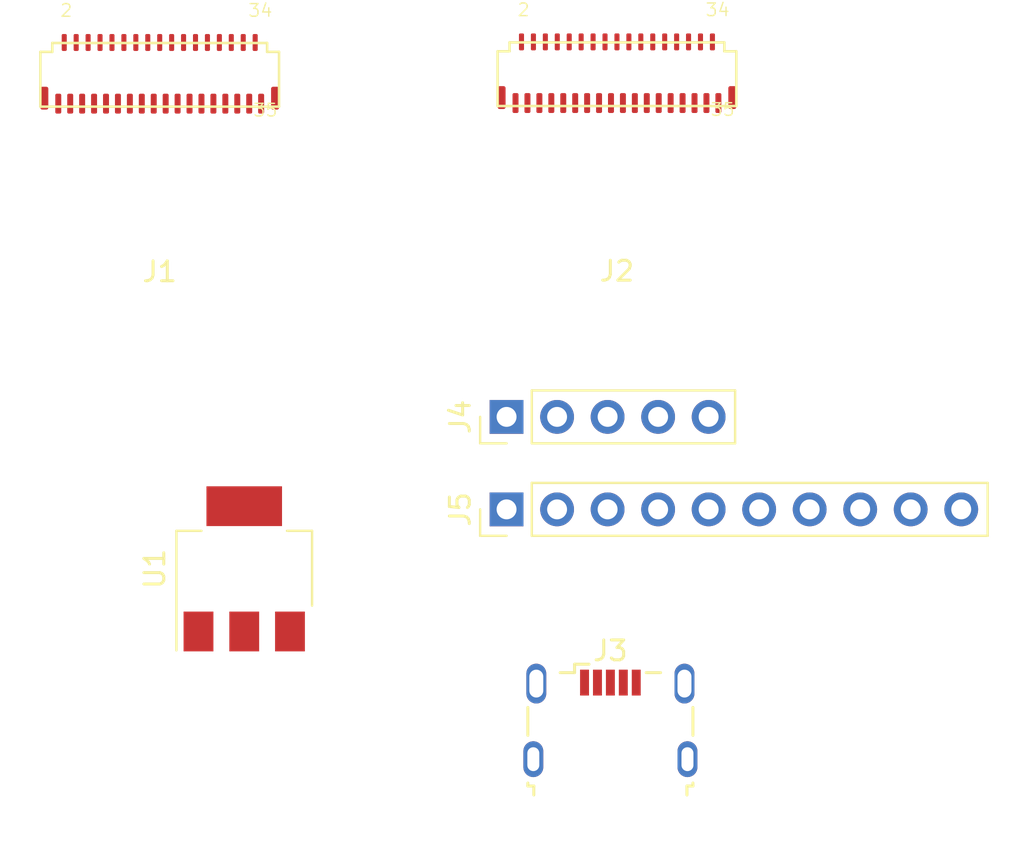
<source format=kicad_pcb>
(kicad_pcb (version 20171130) (host pcbnew "(5.1.12-1-10_14)")

  (general
    (thickness 1.6)
    (drawings 0)
    (tracks 0)
    (zones 0)
    (modules 6)
    (nets 16)
  )

  (page A4)
  (layers
    (0 F.Cu signal)
    (31 B.Cu signal)
    (32 B.Adhes user)
    (33 F.Adhes user)
    (34 B.Paste user)
    (35 F.Paste user)
    (36 B.SilkS user)
    (37 F.SilkS user)
    (38 B.Mask user)
    (39 F.Mask user)
    (40 Dwgs.User user)
    (41 Cmts.User user)
    (42 Eco1.User user)
    (43 Eco2.User user)
    (44 Edge.Cuts user)
    (45 Margin user)
    (46 B.CrtYd user)
    (47 F.CrtYd user)
    (48 B.Fab user)
    (49 F.Fab user)
  )

  (setup
    (last_trace_width 0.25)
    (trace_clearance 0.2)
    (zone_clearance 0.508)
    (zone_45_only no)
    (trace_min 0.2)
    (via_size 0.8)
    (via_drill 0.4)
    (via_min_size 0.4)
    (via_min_drill 0.3)
    (uvia_size 0.3)
    (uvia_drill 0.1)
    (uvias_allowed no)
    (uvia_min_size 0.2)
    (uvia_min_drill 0.1)
    (edge_width 0.05)
    (segment_width 0.2)
    (pcb_text_width 0.3)
    (pcb_text_size 1.5 1.5)
    (mod_edge_width 0.12)
    (mod_text_size 1 1)
    (mod_text_width 0.15)
    (pad_size 1.524 1.524)
    (pad_drill 0.762)
    (pad_to_mask_clearance 0)
    (aux_axis_origin 0 0)
    (visible_elements FFFFFF7F)
    (pcbplotparams
      (layerselection 0x010fc_ffffffff)
      (usegerberextensions false)
      (usegerberattributes true)
      (usegerberadvancedattributes true)
      (creategerberjobfile true)
      (excludeedgelayer true)
      (linewidth 0.100000)
      (plotframeref false)
      (viasonmask false)
      (mode 1)
      (useauxorigin false)
      (hpglpennumber 1)
      (hpglpenspeed 20)
      (hpglpendiameter 15.000000)
      (psnegative false)
      (psa4output false)
      (plotreference true)
      (plotvalue true)
      (plotinvisibletext false)
      (padsonsilk false)
      (subtractmaskfromsilk false)
      (outputformat 1)
      (mirror false)
      (drillshape 1)
      (scaleselection 1)
      (outputdirectory ""))
  )

  (net 0 "")
  (net 1 CTP_SDA)
  (net 2 CTP_SCL)
  (net 3 GND)
  (net 4 PWM_BACKLIGHT)
  (net 5 +3V3)
  (net 6 +2V8)
  (net 7 CTP_RST)
  (net 8 CTP_EINT)
  (net 9 LCD_DC)
  (net 10 LCD_TE)
  (net 11 LCD_SDA)
  (net 12 LCD_SCL)
  (net 13 LCD_CS)
  (net 14 LCD_RST)
  (net 15 "Net-(J3-Pad1)")

  (net_class Default "This is the default net class."
    (clearance 0.2)
    (trace_width 0.25)
    (via_dia 0.8)
    (via_drill 0.4)
    (uvia_dia 0.3)
    (uvia_drill 0.1)
    (add_net +2V8)
    (add_net +3V3)
    (add_net CTP_EINT)
    (add_net CTP_RST)
    (add_net CTP_SCL)
    (add_net CTP_SDA)
    (add_net GND)
    (add_net LCD_CS)
    (add_net LCD_DC)
    (add_net LCD_RST)
    (add_net LCD_SCL)
    (add_net LCD_SDA)
    (add_net LCD_TE)
    (add_net "Net-(J1-Pad11)")
    (add_net "Net-(J1-Pad18)")
    (add_net "Net-(J1-Pad19)")
    (add_net "Net-(J1-Pad2)")
    (add_net "Net-(J1-Pad20)")
    (add_net "Net-(J1-Pad21)")
    (add_net "Net-(J1-Pad22)")
    (add_net "Net-(J1-Pad23)")
    (add_net "Net-(J1-Pad24)")
    (add_net "Net-(J1-Pad25)")
    (add_net "Net-(J1-Pad26)")
    (add_net "Net-(J1-Pad27)")
    (add_net "Net-(J1-Pad28)")
    (add_net "Net-(J1-Pad29)")
    (add_net "Net-(J1-Pad3)")
    (add_net "Net-(J1-Pad32)")
    (add_net "Net-(J1-Pad35)")
    (add_net "Net-(J1-Pad4)")
    (add_net "Net-(J1-Pad6)")
    (add_net "Net-(J2-Pad1)")
    (add_net "Net-(J2-Pad10)")
    (add_net "Net-(J2-Pad11)")
    (add_net "Net-(J2-Pad12)")
    (add_net "Net-(J2-Pad13)")
    (add_net "Net-(J2-Pad14)")
    (add_net "Net-(J2-Pad15)")
    (add_net "Net-(J2-Pad16)")
    (add_net "Net-(J2-Pad17)")
    (add_net "Net-(J2-Pad18)")
    (add_net "Net-(J2-Pad25)")
    (add_net "Net-(J2-Pad30)")
    (add_net "Net-(J2-Pad32)")
    (add_net "Net-(J2-Pad33)")
    (add_net "Net-(J2-Pad34)")
    (add_net "Net-(J2-Pad4)")
    (add_net "Net-(J2-Pad7)")
    (add_net "Net-(J2-Pad8)")
    (add_net "Net-(J2-Pad9)")
    (add_net "Net-(J3-Pad1)")
    (add_net "Net-(J3-Pad2)")
    (add_net "Net-(J3-Pad3)")
    (add_net "Net-(J3-Pad4)")
    (add_net "Net-(J5-Pad1)")
    (add_net "Net-(J5-Pad2)")
    (add_net PWM_BACKLIGHT)
  )

  (module Connector_PinHeader_2.54mm:PinHeader_1x10_P2.54mm_Vertical (layer F.Cu) (tedit 59FED5CC) (tstamp 61E74C90)
    (at 130.05 120.54 90)
    (descr "Through hole straight pin header, 1x10, 2.54mm pitch, single row")
    (tags "Through hole pin header THT 1x10 2.54mm single row")
    (path /61EBE0B7)
    (fp_text reference J5 (at 0 -2.33 90) (layer F.SilkS)
      (effects (font (size 1 1) (thickness 0.15)))
    )
    (fp_text value Conn_01x10 (at 0 25.19 90) (layer F.Fab)
      (effects (font (size 1 1) (thickness 0.15)))
    )
    (fp_text user %R (at 0 11.43) (layer F.Fab)
      (effects (font (size 1 1) (thickness 0.15)))
    )
    (fp_line (start -0.635 -1.27) (end 1.27 -1.27) (layer F.Fab) (width 0.1))
    (fp_line (start 1.27 -1.27) (end 1.27 24.13) (layer F.Fab) (width 0.1))
    (fp_line (start 1.27 24.13) (end -1.27 24.13) (layer F.Fab) (width 0.1))
    (fp_line (start -1.27 24.13) (end -1.27 -0.635) (layer F.Fab) (width 0.1))
    (fp_line (start -1.27 -0.635) (end -0.635 -1.27) (layer F.Fab) (width 0.1))
    (fp_line (start -1.33 24.19) (end 1.33 24.19) (layer F.SilkS) (width 0.12))
    (fp_line (start -1.33 1.27) (end -1.33 24.19) (layer F.SilkS) (width 0.12))
    (fp_line (start 1.33 1.27) (end 1.33 24.19) (layer F.SilkS) (width 0.12))
    (fp_line (start -1.33 1.27) (end 1.33 1.27) (layer F.SilkS) (width 0.12))
    (fp_line (start -1.33 0) (end -1.33 -1.33) (layer F.SilkS) (width 0.12))
    (fp_line (start -1.33 -1.33) (end 0 -1.33) (layer F.SilkS) (width 0.12))
    (fp_line (start -1.8 -1.8) (end -1.8 24.65) (layer F.CrtYd) (width 0.05))
    (fp_line (start -1.8 24.65) (end 1.8 24.65) (layer F.CrtYd) (width 0.05))
    (fp_line (start 1.8 24.65) (end 1.8 -1.8) (layer F.CrtYd) (width 0.05))
    (fp_line (start 1.8 -1.8) (end -1.8 -1.8) (layer F.CrtYd) (width 0.05))
    (pad 10 thru_hole oval (at 0 22.86 90) (size 1.7 1.7) (drill 1) (layers *.Cu *.Mask)
      (net 3 GND))
    (pad 9 thru_hole oval (at 0 20.32 90) (size 1.7 1.7) (drill 1) (layers *.Cu *.Mask)
      (net 14 LCD_RST))
    (pad 8 thru_hole oval (at 0 17.78 90) (size 1.7 1.7) (drill 1) (layers *.Cu *.Mask)
      (net 13 LCD_CS))
    (pad 7 thru_hole oval (at 0 15.24 90) (size 1.7 1.7) (drill 1) (layers *.Cu *.Mask)
      (net 12 LCD_SCL))
    (pad 6 thru_hole oval (at 0 12.7 90) (size 1.7 1.7) (drill 1) (layers *.Cu *.Mask)
      (net 11 LCD_SDA))
    (pad 5 thru_hole oval (at 0 10.16 90) (size 1.7 1.7) (drill 1) (layers *.Cu *.Mask)
      (net 9 LCD_DC))
    (pad 4 thru_hole oval (at 0 7.62 90) (size 1.7 1.7) (drill 1) (layers *.Cu *.Mask)
      (net 10 LCD_TE))
    (pad 3 thru_hole oval (at 0 5.08 90) (size 1.7 1.7) (drill 1) (layers *.Cu *.Mask)
      (net 4 PWM_BACKLIGHT))
    (pad 2 thru_hole oval (at 0 2.54 90) (size 1.7 1.7) (drill 1) (layers *.Cu *.Mask))
    (pad 1 thru_hole rect (at 0 0 90) (size 1.7 1.7) (drill 1) (layers *.Cu *.Mask))
    (model ${KISYS3DMOD}/Connector_PinHeader_2.54mm.3dshapes/PinHeader_1x10_P2.54mm_Vertical.wrl
      (at (xyz 0 0 0))
      (scale (xyz 1 1 1))
      (rotate (xyz 0 0 0))
    )
  )

  (module Connector_PinHeader_2.54mm:PinHeader_1x05_P2.54mm_Vertical (layer F.Cu) (tedit 59FED5CC) (tstamp 61E74C72)
    (at 130.05 115.89 90)
    (descr "Through hole straight pin header, 1x05, 2.54mm pitch, single row")
    (tags "Through hole pin header THT 1x05 2.54mm single row")
    (path /61E95C9B)
    (fp_text reference J4 (at 0 -2.33 90) (layer F.SilkS)
      (effects (font (size 1 1) (thickness 0.15)))
    )
    (fp_text value Conn_01x05 (at 0 12.49 90) (layer F.Fab)
      (effects (font (size 1 1) (thickness 0.15)))
    )
    (fp_text user %R (at 0 5.08) (layer F.Fab)
      (effects (font (size 1 1) (thickness 0.15)))
    )
    (fp_line (start -0.635 -1.27) (end 1.27 -1.27) (layer F.Fab) (width 0.1))
    (fp_line (start 1.27 -1.27) (end 1.27 11.43) (layer F.Fab) (width 0.1))
    (fp_line (start 1.27 11.43) (end -1.27 11.43) (layer F.Fab) (width 0.1))
    (fp_line (start -1.27 11.43) (end -1.27 -0.635) (layer F.Fab) (width 0.1))
    (fp_line (start -1.27 -0.635) (end -0.635 -1.27) (layer F.Fab) (width 0.1))
    (fp_line (start -1.33 11.49) (end 1.33 11.49) (layer F.SilkS) (width 0.12))
    (fp_line (start -1.33 1.27) (end -1.33 11.49) (layer F.SilkS) (width 0.12))
    (fp_line (start 1.33 1.27) (end 1.33 11.49) (layer F.SilkS) (width 0.12))
    (fp_line (start -1.33 1.27) (end 1.33 1.27) (layer F.SilkS) (width 0.12))
    (fp_line (start -1.33 0) (end -1.33 -1.33) (layer F.SilkS) (width 0.12))
    (fp_line (start -1.33 -1.33) (end 0 -1.33) (layer F.SilkS) (width 0.12))
    (fp_line (start -1.8 -1.8) (end -1.8 11.95) (layer F.CrtYd) (width 0.05))
    (fp_line (start -1.8 11.95) (end 1.8 11.95) (layer F.CrtYd) (width 0.05))
    (fp_line (start 1.8 11.95) (end 1.8 -1.8) (layer F.CrtYd) (width 0.05))
    (fp_line (start 1.8 -1.8) (end -1.8 -1.8) (layer F.CrtYd) (width 0.05))
    (pad 5 thru_hole oval (at 0 10.16 90) (size 1.7 1.7) (drill 1) (layers *.Cu *.Mask)
      (net 3 GND))
    (pad 4 thru_hole oval (at 0 7.62 90) (size 1.7 1.7) (drill 1) (layers *.Cu *.Mask)
      (net 7 CTP_RST))
    (pad 3 thru_hole oval (at 0 5.08 90) (size 1.7 1.7) (drill 1) (layers *.Cu *.Mask)
      (net 8 CTP_EINT))
    (pad 2 thru_hole oval (at 0 2.54 90) (size 1.7 1.7) (drill 1) (layers *.Cu *.Mask)
      (net 2 CTP_SCL))
    (pad 1 thru_hole rect (at 0 0 90) (size 1.7 1.7) (drill 1) (layers *.Cu *.Mask)
      (net 1 CTP_SDA))
    (model ${KISYS3DMOD}/Connector_PinHeader_2.54mm.3dshapes/PinHeader_1x05_P2.54mm_Vertical.wrl
      (at (xyz 0 0 0))
      (scale (xyz 1 1 1))
      (rotate (xyz 0 0 0))
    )
  )

  (module mybays_connector:USB_Micro-B_Wuerth_629105150521_CircularHoles (layer F.Cu) (tedit 6019833E) (tstamp 61E74725)
    (at 135.27 131.15)
    (descr "USB Micro-B receptacle, http://www.mouser.com/ds/2/445/629105150521-469306.pdf")
    (tags "usb micro receptacle")
    (path /61E744EA)
    (attr smd)
    (fp_text reference J3 (at 0 -3.5) (layer F.SilkS)
      (effects (font (size 1 1) (thickness 0.15)))
    )
    (fp_text value microusb (at 0 5.6) (layer F.Fab)
      (effects (font (size 1 1) (thickness 0.15)))
    )
    (fp_text user "PCB Edge" (at 0 3.75) (layer Dwgs.User)
      (effects (font (size 0.5 0.5) (thickness 0.08)))
    )
    (fp_text user %R (at 0 1.05) (layer F.Fab)
      (effects (font (size 1 1) (thickness 0.15)))
    )
    (fp_line (start 5.28 -3.34) (end -5.27 -3.34) (layer F.CrtYd) (width 0.05))
    (fp_line (start 5.28 4.85) (end 5.28 -3.34) (layer F.CrtYd) (width 0.05))
    (fp_line (start -5.27 4.85) (end 5.28 4.85) (layer F.CrtYd) (width 0.05))
    (fp_line (start -5.27 -3.34) (end -5.27 4.85) (layer F.CrtYd) (width 0.05))
    (fp_line (start 1.8 -2.4) (end 2.525 -2.4) (layer F.SilkS) (width 0.15))
    (fp_line (start -1.8 -2.4) (end -2.525 -2.4) (layer F.SilkS) (width 0.15))
    (fp_line (start -1.8 -2.825) (end -1.8 -2.4) (layer F.SilkS) (width 0.15))
    (fp_line (start -1.075 -2.825) (end -1.8 -2.825) (layer F.SilkS) (width 0.15))
    (fp_line (start 4.15 0.75) (end 4.15 -0.65) (layer F.SilkS) (width 0.15))
    (fp_line (start 4.15 3.3) (end 4.15 3.15) (layer F.SilkS) (width 0.15))
    (fp_line (start 3.85 3.3) (end 4.15 3.3) (layer F.SilkS) (width 0.15))
    (fp_line (start 3.85 3.75) (end 3.85 3.3) (layer F.SilkS) (width 0.15))
    (fp_line (start -3.85 3.3) (end -3.85 3.75) (layer F.SilkS) (width 0.15))
    (fp_line (start -4.15 3.3) (end -3.85 3.3) (layer F.SilkS) (width 0.15))
    (fp_line (start -4.15 3.15) (end -4.15 3.3) (layer F.SilkS) (width 0.15))
    (fp_line (start -4.15 -0.65) (end -4.15 0.75) (layer F.SilkS) (width 0.15))
    (fp_line (start -1.075 -2.95) (end -1.075 -2.725) (layer F.Fab) (width 0.15))
    (fp_line (start -1.525 -2.95) (end -1.075 -2.95) (layer F.Fab) (width 0.15))
    (fp_line (start -1.525 -2.725) (end -1.525 -2.95) (layer F.Fab) (width 0.15))
    (fp_line (start -1.3 -2.55) (end -1.525 -2.725) (layer F.Fab) (width 0.15))
    (fp_line (start -1.075 -2.725) (end -1.3 -2.55) (layer F.Fab) (width 0.15))
    (fp_line (start -2.7 3.75) (end 2.7 3.75) (layer F.Fab) (width 0.15))
    (fp_line (start 4 -2.25) (end -4 -2.25) (layer F.Fab) (width 0.15))
    (fp_line (start 4 3.15) (end 4 -2.25) (layer F.Fab) (width 0.15))
    (fp_line (start 3.7 3.15) (end 4 3.15) (layer F.Fab) (width 0.15))
    (fp_line (start 3.7 4.35) (end 3.7 3.15) (layer F.Fab) (width 0.15))
    (fp_line (start -3.7 4.35) (end 3.7 4.35) (layer F.Fab) (width 0.15))
    (fp_line (start -3.7 3.15) (end -3.7 4.35) (layer F.Fab) (width 0.15))
    (fp_line (start -4 3.15) (end -3.7 3.15) (layer F.Fab) (width 0.15))
    (fp_line (start -4 -2.25) (end -4 3.15) (layer F.Fab) (width 0.15))
    (pad "" np_thru_hole circle (at 2.5 -0.8) (size 0.8 0.8) (drill 0.8) (layers *.Cu *.Mask))
    (pad "" np_thru_hole circle (at -2.5 -0.8) (size 0.8 0.8) (drill 0.8) (layers *.Cu *.Mask))
    (pad 0 thru_hole oval (at 3.875 1.95) (size 1 1.8) (drill oval 0.6 1.2) (layers *.Cu *.Mask)
      (net 3 GND))
    (pad 0 thru_hole oval (at -3.875 1.95) (size 1 1.8) (drill oval 0.6 1.2) (layers *.Cu *.Mask)
      (net 3 GND))
    (pad 0 thru_hole oval (at 3.725 -1.85) (size 1 2) (drill oval 0.7 1.4) (layers *.Cu *.Mask)
      (net 3 GND))
    (pad 0 thru_hole oval (at -3.725 -1.85) (size 1 2) (drill oval 0.7 1.4) (layers *.Cu *.Mask)
      (net 3 GND))
    (pad 5 smd rect (at 1.3 -1.9) (size 0.45 1.3) (layers F.Cu F.Paste F.Mask)
      (net 3 GND))
    (pad 4 smd rect (at 0.65 -1.9) (size 0.45 1.3) (layers F.Cu F.Paste F.Mask))
    (pad 3 smd rect (at 0 -1.9) (size 0.45 1.3) (layers F.Cu F.Paste F.Mask))
    (pad 2 smd rect (at -0.65 -1.9) (size 0.45 1.3) (layers F.Cu F.Paste F.Mask))
    (pad 1 smd rect (at -1.3 -1.9) (size 0.45 1.3) (layers F.Cu F.Paste F.Mask)
      (net 15 "Net-(J3-Pad1)"))
    (model ${KISYS3DMOD}/Connector_USB.3dshapes/USB_Micro-B_Wuerth_629105150521_CircularHoles.wrl
      (at (xyz 0 0 0))
      (scale (xyz 1 1 1))
      (rotate (xyz 0 0 0))
    )
  )

  (module Package_TO_SOT_SMD:SOT-223-3_TabPin2 (layer F.Cu) (tedit 5A02FF57) (tstamp 61E743CE)
    (at 116.86 123.53 90)
    (descr "module CMS SOT223 4 pins")
    (tags "CMS SOT")
    (path /61E73551)
    (attr smd)
    (fp_text reference U1 (at 0 -4.5 90) (layer F.SilkS)
      (effects (font (size 1 1) (thickness 0.15)))
    )
    (fp_text value LM1117-3.3 (at 0 4.5 90) (layer F.Fab)
      (effects (font (size 1 1) (thickness 0.15)))
    )
    (fp_text user %R (at 0 0) (layer F.Fab)
      (effects (font (size 0.8 0.8) (thickness 0.12)))
    )
    (fp_line (start 1.91 3.41) (end 1.91 2.15) (layer F.SilkS) (width 0.12))
    (fp_line (start 1.91 -3.41) (end 1.91 -2.15) (layer F.SilkS) (width 0.12))
    (fp_line (start 4.4 -3.6) (end -4.4 -3.6) (layer F.CrtYd) (width 0.05))
    (fp_line (start 4.4 3.6) (end 4.4 -3.6) (layer F.CrtYd) (width 0.05))
    (fp_line (start -4.4 3.6) (end 4.4 3.6) (layer F.CrtYd) (width 0.05))
    (fp_line (start -4.4 -3.6) (end -4.4 3.6) (layer F.CrtYd) (width 0.05))
    (fp_line (start -1.85 -2.35) (end -0.85 -3.35) (layer F.Fab) (width 0.1))
    (fp_line (start -1.85 -2.35) (end -1.85 3.35) (layer F.Fab) (width 0.1))
    (fp_line (start -1.85 3.41) (end 1.91 3.41) (layer F.SilkS) (width 0.12))
    (fp_line (start -0.85 -3.35) (end 1.85 -3.35) (layer F.Fab) (width 0.1))
    (fp_line (start -4.1 -3.41) (end 1.91 -3.41) (layer F.SilkS) (width 0.12))
    (fp_line (start -1.85 3.35) (end 1.85 3.35) (layer F.Fab) (width 0.1))
    (fp_line (start 1.85 -3.35) (end 1.85 3.35) (layer F.Fab) (width 0.1))
    (pad 1 smd rect (at -3.15 -2.3 90) (size 2 1.5) (layers F.Cu F.Paste F.Mask)
      (net 3 GND))
    (pad 3 smd rect (at -3.15 2.3 90) (size 2 1.5) (layers F.Cu F.Paste F.Mask)
      (net 15 "Net-(J3-Pad1)"))
    (pad 2 smd rect (at -3.15 0 90) (size 2 1.5) (layers F.Cu F.Paste F.Mask)
      (net 5 +3V3))
    (pad 2 smd rect (at 3.15 0 90) (size 2 3.8) (layers F.Cu F.Paste F.Mask)
      (net 5 +3V3))
    (model ${KISYS3DMOD}/Package_TO_SOT_SMD.3dshapes/SOT-223.wrl
      (at (xyz 0 0 0))
      (scale (xyz 1 1 1))
      (rotate (xyz 0 0 0))
    )
  )

  (module "mybays_connector:FPC35-SMD-0.3(FH26W)" (layer F.Cu) (tedit 61E3D511) (tstamp 61E58C24)
    (at 135.6 98.56)
    (path /61E85B8B)
    (fp_text reference J2 (at 0 10) (layer F.SilkS)
      (effects (font (size 1 1) (thickness 0.15)))
    )
    (fp_text value FH26W-35S-0.3SHW (at 0 0) (layer F.Fab)
      (effects (font (size 1 1) (thickness 0.15)))
    )
    (fp_line (start 5.40004 -1.051052) (end 5.999988 -1.051052) (layer F.SilkS) (width 0.127))
    (fp_line (start 5.999988 -1.051052) (end 5.999988 1.701038) (layer F.SilkS) (width 0.127))
    (fp_line (start 5.999988 1.701038) (end -5.999988 1.701038) (layer F.SilkS) (width 0.127))
    (fp_line (start -5.999988 1.701038) (end -5.999988 -1.051052) (layer F.SilkS) (width 0.127))
    (fp_line (start -5.999988 -1.051052) (end -5.40004 -1.051052) (layer F.SilkS) (width 0.127))
    (fp_line (start -5.40004 -1.051052) (end -5.40004 -1.499108) (layer F.SilkS) (width 0.127))
    (fp_line (start -5.40004 -1.499108) (end 5.40004 -1.499108) (layer F.SilkS) (width 0.127))
    (fp_line (start 5.40004 -1.499108) (end 5.40004 -1.051052) (layer F.SilkS) (width 0.127))
    (fp_text user 35 (at 4.663948 1.880108) (layer F.SilkS)
      (effects (font (size 0.635 0.635) (thickness 0.06985)) (justify left))
    )
    (fp_text user 34 (at 4.409948 -3.136392) (layer F.SilkS)
      (effects (font (size 0.635 0.635) (thickness 0.06985)) (justify left))
    )
    (fp_text user 2 (at -5.044948 -3.136392) (layer F.SilkS)
      (effects (font (size 0.635 0.635) (thickness 0.06985)) (justify left))
    )
    (pad 35 smd custom (at 5.100066 1.550924) (size 0 0) (layers F.Cu F.Paste F.Mask)
      (net 8 CTP_EINT) (zone_connect 2)
      (options (clearance outline) (anchor circle))
      (primitives
        (gr_poly (pts
           (xy -0.075184 0.500126) (xy -0.084074 0.499618) (xy -0.092964 0.49784) (xy -0.1016 0.4953) (xy -0.109982 0.49149)
           (xy -0.117602 0.486918) (xy -0.124714 0.48133) (xy -0.131318 0.474726) (xy -0.136906 0.467614) (xy -0.141478 0.459994)
           (xy -0.145288 0.451612) (xy -0.147828 0.442976) (xy -0.149606 0.434086) (xy -0.150114 0.425196) (xy -0.150114 -0.424942)
           (xy -0.149606 -0.434086) (xy -0.147828 -0.442976) (xy -0.145288 -0.451612) (xy -0.141478 -0.45974) (xy -0.136906 -0.467614)
           (xy -0.131318 -0.474726) (xy -0.124714 -0.481076) (xy -0.117602 -0.486664) (xy -0.109982 -0.491236) (xy -0.1016 -0.495046)
           (xy -0.092964 -0.49784) (xy -0.084074 -0.499364) (xy -0.075184 -0.499872) (xy 0.07493 -0.499872) (xy 0.084074 -0.499364)
           (xy 0.092964 -0.49784) (xy 0.1016 -0.495046) (xy 0.109728 -0.491236) (xy 0.117602 -0.486664) (xy 0.124714 -0.481076)
           (xy 0.131064 -0.474726) (xy 0.136652 -0.467614) (xy 0.141224 -0.45974) (xy 0.145034 -0.451612) (xy 0.147828 -0.442976)
           (xy 0.149352 -0.434086) (xy 0.14986 -0.424942) (xy 0.14986 0.425196) (xy 0.149352 0.434086) (xy 0.147828 0.442976)
           (xy 0.145034 0.451612) (xy 0.141224 0.459994) (xy 0.136652 0.467614) (xy 0.131064 0.474726) (xy 0.124714 0.48133)
           (xy 0.117602 0.486918) (xy 0.109728 0.49149) (xy 0.1016 0.4953) (xy 0.092964 0.49784) (xy 0.084074 0.499618)
           (xy 0.07493 0.500126)) (width 0))
      ))
    (pad 34 smd custom (at 4.800092 -1.524) (size 0 0) (layers F.Cu F.Paste F.Mask)
      (zone_connect 2)
      (options (clearance outline) (anchor circle))
      (primitives
        (gr_poly (pts
           (xy -0.0635 0.42545) (xy -0.071374 0.424942) (xy -0.07874 0.423672) (xy -0.086106 0.421386) (xy -0.093218 0.418084)
           (xy -0.099568 0.414274) (xy -0.105664 0.409448) (xy -0.111252 0.404114) (xy -0.115824 0.398018) (xy -0.119888 0.391414)
           (xy -0.122936 0.384556) (xy -0.125222 0.37719) (xy -0.126746 0.36957) (xy -0.127 0.36195) (xy -0.127 -0.36195)
           (xy -0.126746 -0.36957) (xy -0.125222 -0.37719) (xy -0.122936 -0.384556) (xy -0.119888 -0.391414) (xy -0.115824 -0.398018)
           (xy -0.111252 -0.404114) (xy -0.105664 -0.409448) (xy -0.099568 -0.414274) (xy -0.093218 -0.418084) (xy -0.086106 -0.421386)
           (xy -0.07874 -0.423672) (xy -0.071374 -0.424942) (xy -0.0635 -0.42545) (xy 0.0635 -0.42545) (xy 0.07112 -0.424942)
           (xy 0.078486 -0.423672) (xy 0.085852 -0.421386) (xy 0.092964 -0.418084) (xy 0.099568 -0.414274) (xy 0.10541 -0.409448)
           (xy 0.110998 -0.404114) (xy 0.11557 -0.398018) (xy 0.119634 -0.391414) (xy 0.122682 -0.384556) (xy 0.124968 -0.37719)
           (xy 0.126492 -0.36957) (xy 0.127 -0.36195) (xy 0.127 0.36195) (xy 0.126492 0.36957) (xy 0.124968 0.37719)
           (xy 0.122682 0.384556) (xy 0.119634 0.391414) (xy 0.11557 0.398018) (xy 0.110998 0.404114) (xy 0.10541 0.409448)
           (xy 0.099568 0.414274) (xy 0.092964 0.418084) (xy 0.085852 0.421386) (xy 0.078486 0.423672) (xy 0.07112 0.424942)
           (xy 0.0635 0.42545)) (width 0))
      ))
    (pad 33 smd custom (at 4.499864 1.550924) (size 0 0) (layers F.Cu F.Paste F.Mask)
      (zone_connect 2)
      (options (clearance outline) (anchor circle))
      (primitives
        (gr_poly (pts
           (xy -0.07493 0.500126) (xy -0.08382 0.499618) (xy -0.09271 0.49784) (xy -0.101346 0.4953) (xy -0.109728 0.49149)
           (xy -0.117602 0.486918) (xy -0.124714 0.48133) (xy -0.131064 0.474726) (xy -0.136652 0.467614) (xy -0.141224 0.459994)
           (xy -0.145034 0.451612) (xy -0.147574 0.442976) (xy -0.149352 0.434086) (xy -0.14986 0.425196) (xy -0.14986 -0.424942)
           (xy -0.149352 -0.434086) (xy -0.147574 -0.442976) (xy -0.145034 -0.451612) (xy -0.141224 -0.45974) (xy -0.136652 -0.467614)
           (xy -0.131064 -0.474726) (xy -0.124714 -0.481076) (xy -0.117602 -0.486664) (xy -0.109728 -0.491236) (xy -0.101346 -0.495046)
           (xy -0.09271 -0.49784) (xy -0.08382 -0.499364) (xy -0.07493 -0.499872) (xy 0.075184 -0.499872) (xy 0.084074 -0.499364)
           (xy 0.092964 -0.49784) (xy 0.1016 -0.495046) (xy 0.109982 -0.491236) (xy 0.117856 -0.486664) (xy 0.124968 -0.481076)
           (xy 0.131318 -0.474726) (xy 0.136906 -0.467614) (xy 0.141478 -0.45974) (xy 0.145288 -0.451612) (xy 0.147828 -0.442976)
           (xy 0.149606 -0.434086) (xy 0.150114 -0.424942) (xy 0.150114 0.425196) (xy 0.149606 0.434086) (xy 0.147828 0.442976)
           (xy 0.145288 0.451612) (xy 0.141478 0.459994) (xy 0.136906 0.467614) (xy 0.131318 0.474726) (xy 0.124968 0.48133)
           (xy 0.117856 0.486918) (xy 0.109982 0.49149) (xy 0.1016 0.4953) (xy 0.092964 0.49784) (xy 0.084074 0.499618)
           (xy 0.075184 0.500126)) (width 0))
      ))
    (pad 32 smd custom (at 4.19989 -1.524) (size 0 0) (layers F.Cu F.Paste F.Mask)
      (zone_connect 2)
      (options (clearance outline) (anchor circle))
      (primitives
        (gr_poly (pts
           (xy -0.0635 0.42545) (xy -0.07112 0.424942) (xy -0.078486 0.423672) (xy -0.085852 0.421386) (xy -0.092964 0.418084)
           (xy -0.099568 0.414274) (xy -0.10541 0.409448) (xy -0.110998 0.404114) (xy -0.11557 0.398018) (xy -0.119634 0.391414)
           (xy -0.122682 0.384556) (xy -0.124968 0.37719) (xy -0.126492 0.36957) (xy -0.127 0.36195) (xy -0.127 -0.36195)
           (xy -0.126492 -0.36957) (xy -0.124968 -0.37719) (xy -0.122682 -0.384556) (xy -0.119634 -0.391414) (xy -0.11557 -0.398018)
           (xy -0.110998 -0.404114) (xy -0.10541 -0.409448) (xy -0.099568 -0.414274) (xy -0.092964 -0.418084) (xy -0.085852 -0.421386)
           (xy -0.078486 -0.423672) (xy -0.07112 -0.424942) (xy -0.0635 -0.42545) (xy 0.0635 -0.42545) (xy 0.071374 -0.424942)
           (xy 0.07874 -0.423672) (xy 0.086106 -0.421386) (xy 0.093218 -0.418084) (xy 0.099568 -0.414274) (xy 0.105664 -0.409448)
           (xy 0.111252 -0.404114) (xy 0.115824 -0.398018) (xy 0.119888 -0.391414) (xy 0.122936 -0.384556) (xy 0.125222 -0.37719)
           (xy 0.126746 -0.36957) (xy 0.127 -0.36195) (xy 0.127 0.36195) (xy 0.126746 0.36957) (xy 0.125222 0.37719)
           (xy 0.122936 0.384556) (xy 0.119888 0.391414) (xy 0.115824 0.398018) (xy 0.111252 0.404114) (xy 0.105664 0.409448)
           (xy 0.099568 0.414274) (xy 0.093218 0.418084) (xy 0.086106 0.421386) (xy 0.07874 0.423672) (xy 0.071374 0.424942)
           (xy 0.0635 0.42545)) (width 0))
      ))
    (pad P$2 smd custom (at -5.80009 1.276096) (size 0 0) (layers F.Cu F.Paste F.Mask)
      (net 3 GND) (zone_connect 2)
      (options (clearance outline) (anchor circle))
      (primitives
        (gr_poly (pts
           (xy -0.099822 0.574802) (xy -0.112014 0.574294) (xy -0.123952 0.572008) (xy -0.135382 0.568452) (xy -0.146304 0.563372)
           (xy -0.156718 0.557276) (xy -0.166116 0.549656) (xy -0.174752 0.541274) (xy -0.182118 0.531622) (xy -0.188468 0.521462)
           (xy -0.193294 0.510286) (xy -0.197104 0.498856) (xy -0.199136 0.486918) (xy -0.199898 0.47498) (xy -0.199898 -0.47498)
           (xy -0.199136 -0.487172) (xy -0.197104 -0.49911) (xy -0.193294 -0.51054) (xy -0.188468 -0.521462) (xy -0.182118 -0.531876)
           (xy -0.174752 -0.541528) (xy -0.166116 -0.54991) (xy -0.156718 -0.557276) (xy -0.146304 -0.563626) (xy -0.135382 -0.568706)
           (xy -0.123952 -0.572262) (xy -0.112014 -0.574294) (xy -0.099822 -0.575056) (xy 0.100076 -0.575056) (xy 0.112268 -0.574294)
           (xy 0.123952 -0.572262) (xy 0.135636 -0.568706) (xy 0.146558 -0.563626) (xy 0.156972 -0.557276) (xy 0.16637 -0.54991)
           (xy 0.175006 -0.541528) (xy 0.182372 -0.531876) (xy 0.188722 -0.521462) (xy 0.193548 -0.51054) (xy 0.197104 -0.49911)
           (xy 0.19939 -0.487172) (xy 0.200152 -0.47498) (xy 0.200152 0.47498) (xy 0.19939 0.486918) (xy 0.197104 0.498856)
           (xy 0.193548 0.510286) (xy 0.188722 0.521462) (xy 0.182372 0.531622) (xy 0.175006 0.541274) (xy 0.16637 0.549656)
           (xy 0.156972 0.557276) (xy 0.146558 0.563372) (xy 0.135636 0.568452) (xy 0.123952 0.572008) (xy 0.112268 0.574294)
           (xy 0.100076 0.574802)) (width 0))
      ))
    (pad P$1 smd custom (at 5.80009 1.276096) (size 0 0) (layers F.Cu F.Paste F.Mask)
      (net 3 GND) (zone_connect 2)
      (options (clearance outline) (anchor circle))
      (primitives
        (gr_poly (pts
           (xy -0.100076 0.574802) (xy -0.112268 0.574294) (xy -0.123952 0.572008) (xy -0.135636 0.568452) (xy -0.146558 0.563372)
           (xy -0.156972 0.557276) (xy -0.16637 0.549656) (xy -0.175006 0.541274) (xy -0.182372 0.531622) (xy -0.188722 0.521462)
           (xy -0.193548 0.510286) (xy -0.197104 0.498856) (xy -0.19939 0.486918) (xy -0.200152 0.47498) (xy -0.200152 -0.47498)
           (xy -0.19939 -0.487172) (xy -0.197104 -0.49911) (xy -0.193548 -0.51054) (xy -0.188722 -0.521462) (xy -0.182372 -0.531876)
           (xy -0.175006 -0.541528) (xy -0.16637 -0.54991) (xy -0.156972 -0.557276) (xy -0.146558 -0.563626) (xy -0.135636 -0.568706)
           (xy -0.123952 -0.572262) (xy -0.112268 -0.574294) (xy -0.100076 -0.575056) (xy 0.099822 -0.575056) (xy 0.112014 -0.574294)
           (xy 0.123952 -0.572262) (xy 0.135382 -0.568706) (xy 0.146304 -0.563626) (xy 0.156718 -0.557276) (xy 0.166116 -0.54991)
           (xy 0.174752 -0.541528) (xy 0.182118 -0.531876) (xy 0.188468 -0.521462) (xy 0.193294 -0.51054) (xy 0.197104 -0.49911)
           (xy 0.199136 -0.487172) (xy 0.199898 -0.47498) (xy 0.199898 0.47498) (xy 0.199136 0.486918) (xy 0.197104 0.498856)
           (xy 0.193294 0.510286) (xy 0.188468 0.521462) (xy 0.182118 0.531622) (xy 0.174752 0.541274) (xy 0.166116 0.549656)
           (xy 0.156718 0.557276) (xy 0.146304 0.563372) (xy 0.135382 0.568452) (xy 0.123952 0.572008) (xy 0.112014 0.574294)
           (xy 0.099822 0.574802)) (width 0))
      ))
    (pad 31 smd custom (at 3.899916 1.550924) (size 0 0) (layers F.Cu F.Paste F.Mask)
      (net 7 CTP_RST) (zone_connect 2)
      (options (clearance outline) (anchor circle))
      (primitives
        (gr_poly (pts
           (xy -0.07493 0.500126) (xy -0.084074 0.499618) (xy -0.092964 0.49784) (xy -0.1016 0.4953) (xy -0.109728 0.49149)
           (xy -0.117602 0.486918) (xy -0.124714 0.48133) (xy -0.131064 0.474726) (xy -0.136652 0.467614) (xy -0.141224 0.459994)
           (xy -0.145034 0.451612) (xy -0.147828 0.442976) (xy -0.149352 0.434086) (xy -0.14986 0.425196) (xy -0.14986 -0.424942)
           (xy -0.149352 -0.434086) (xy -0.147828 -0.442976) (xy -0.145034 -0.451612) (xy -0.141224 -0.45974) (xy -0.136652 -0.467614)
           (xy -0.131064 -0.474726) (xy -0.124714 -0.481076) (xy -0.117602 -0.486664) (xy -0.109728 -0.491236) (xy -0.1016 -0.495046)
           (xy -0.092964 -0.49784) (xy -0.084074 -0.499364) (xy -0.07493 -0.499872) (xy 0.075184 -0.499872) (xy 0.084074 -0.499364)
           (xy 0.092964 -0.49784) (xy 0.1016 -0.495046) (xy 0.109982 -0.491236) (xy 0.117602 -0.486664) (xy 0.124714 -0.481076)
           (xy 0.131318 -0.474726) (xy 0.136906 -0.467614) (xy 0.141478 -0.45974) (xy 0.145288 -0.451612) (xy 0.147828 -0.442976)
           (xy 0.149606 -0.434086) (xy 0.150114 -0.424942) (xy 0.150114 0.425196) (xy 0.149606 0.434086) (xy 0.147828 0.442976)
           (xy 0.145288 0.451612) (xy 0.141478 0.459994) (xy 0.136906 0.467614) (xy 0.131318 0.474726) (xy 0.124714 0.48133)
           (xy 0.117602 0.486918) (xy 0.109982 0.49149) (xy 0.1016 0.4953) (xy 0.092964 0.49784) (xy 0.084074 0.499618)
           (xy 0.075184 0.500126)) (width 0))
      ))
    (pad 30 smd custom (at 3.599942 -1.524) (size 0 0) (layers F.Cu F.Paste F.Mask)
      (zone_connect 2)
      (options (clearance outline) (anchor circle))
      (primitives
        (gr_poly (pts
           (xy -0.0635 0.42545) (xy -0.07112 0.424942) (xy -0.07874 0.423672) (xy -0.085852 0.421386) (xy -0.092964 0.418084)
           (xy -0.099568 0.414274) (xy -0.105664 0.409448) (xy -0.110998 0.404114) (xy -0.115824 0.398018) (xy -0.119634 0.391414)
           (xy -0.122936 0.384556) (xy -0.125222 0.37719) (xy -0.126492 0.36957) (xy -0.127 0.36195) (xy -0.127 -0.36195)
           (xy -0.126492 -0.36957) (xy -0.125222 -0.37719) (xy -0.122936 -0.384556) (xy -0.119634 -0.391414) (xy -0.115824 -0.398018)
           (xy -0.110998 -0.404114) (xy -0.105664 -0.409448) (xy -0.099568 -0.414274) (xy -0.092964 -0.418084) (xy -0.085852 -0.421386)
           (xy -0.07874 -0.423672) (xy -0.07112 -0.424942) (xy -0.0635 -0.42545) (xy 0.0635 -0.42545) (xy 0.07112 -0.424942)
           (xy 0.07874 -0.423672) (xy 0.086106 -0.421386) (xy 0.092964 -0.418084) (xy 0.099568 -0.414274) (xy 0.105664 -0.409448)
           (xy 0.110998 -0.404114) (xy 0.115824 -0.398018) (xy 0.119888 -0.391414) (xy 0.122936 -0.384556) (xy 0.125222 -0.37719)
           (xy 0.126492 -0.36957) (xy 0.127 -0.36195) (xy 0.127 0.36195) (xy 0.126492 0.36957) (xy 0.125222 0.37719)
           (xy 0.122936 0.384556) (xy 0.119888 0.391414) (xy 0.115824 0.398018) (xy 0.110998 0.404114) (xy 0.105664 0.409448)
           (xy 0.099568 0.414274) (xy 0.092964 0.418084) (xy 0.086106 0.421386) (xy 0.07874 0.423672) (xy 0.07112 0.424942)
           (xy 0.0635 0.42545)) (width 0))
      ))
    (pad 29 smd custom (at 3.299968 1.550924) (size 0 0) (layers F.Cu F.Paste F.Mask)
      (net 6 +2V8) (zone_connect 2)
      (options (clearance outline) (anchor circle))
      (primitives
        (gr_poly (pts
           (xy -0.07493 0.500126) (xy -0.084074 0.499618) (xy -0.092964 0.49784) (xy -0.1016 0.4953) (xy -0.109728 0.49149)
           (xy -0.117602 0.486918) (xy -0.124714 0.48133) (xy -0.131064 0.474726) (xy -0.136652 0.467614) (xy -0.141478 0.459994)
           (xy -0.145034 0.451612) (xy -0.147828 0.442976) (xy -0.149352 0.434086) (xy -0.14986 0.425196) (xy -0.14986 -0.424942)
           (xy -0.149352 -0.434086) (xy -0.147828 -0.442976) (xy -0.145034 -0.451612) (xy -0.141478 -0.45974) (xy -0.136652 -0.467614)
           (xy -0.131064 -0.474726) (xy -0.124714 -0.481076) (xy -0.117602 -0.486664) (xy -0.109728 -0.491236) (xy -0.1016 -0.495046)
           (xy -0.092964 -0.49784) (xy -0.084074 -0.499364) (xy -0.07493 -0.499872) (xy 0.07493 -0.499872) (xy 0.084074 -0.499364)
           (xy 0.092964 -0.49784) (xy 0.1016 -0.495046) (xy 0.109982 -0.491236) (xy 0.117602 -0.486664) (xy 0.124714 -0.481076)
           (xy 0.131064 -0.474726) (xy 0.136652 -0.467614) (xy 0.141478 -0.45974) (xy 0.145034 -0.451612) (xy 0.147828 -0.442976)
           (xy 0.149352 -0.434086) (xy 0.150114 -0.424942) (xy 0.150114 0.425196) (xy 0.149352 0.434086) (xy 0.147828 0.442976)
           (xy 0.145034 0.451612) (xy 0.141478 0.459994) (xy 0.136652 0.467614) (xy 0.131064 0.474726) (xy 0.124714 0.48133)
           (xy 0.117602 0.486918) (xy 0.109982 0.49149) (xy 0.1016 0.4953) (xy 0.092964 0.49784) (xy 0.084074 0.499618)
           (xy 0.07493 0.500126)) (width 0))
      ))
    (pad 28 smd custom (at 2.999994 -1.524) (size 0 0) (layers F.Cu F.Paste F.Mask)
      (net 5 +3V3) (zone_connect 2)
      (options (clearance outline) (anchor circle))
      (primitives
        (gr_poly (pts
           (xy -0.0635 0.42545) (xy -0.07112 0.424942) (xy -0.07874 0.423672) (xy -0.086106 0.421386) (xy -0.092964 0.418084)
           (xy -0.099568 0.414274) (xy -0.105664 0.409448) (xy -0.110998 0.404114) (xy -0.115824 0.398018) (xy -0.119634 0.391414)
           (xy -0.122936 0.384556) (xy -0.125222 0.37719) (xy -0.126492 0.36957) (xy -0.127 0.36195) (xy -0.127 -0.36195)
           (xy -0.126492 -0.36957) (xy -0.125222 -0.37719) (xy -0.122936 -0.384556) (xy -0.119634 -0.391414) (xy -0.115824 -0.398018)
           (xy -0.110998 -0.404114) (xy -0.105664 -0.409448) (xy -0.099568 -0.414274) (xy -0.092964 -0.418084) (xy -0.086106 -0.421386)
           (xy -0.07874 -0.423672) (xy -0.07112 -0.424942) (xy -0.0635 -0.42545) (xy 0.0635 -0.42545) (xy 0.07112 -0.424942)
           (xy 0.07874 -0.423672) (xy 0.086106 -0.421386) (xy 0.092964 -0.418084) (xy 0.099568 -0.414274) (xy 0.105664 -0.409448)
           (xy 0.110998 -0.404114) (xy 0.115824 -0.398018) (xy 0.119634 -0.391414) (xy 0.122936 -0.384556) (xy 0.125222 -0.37719)
           (xy 0.126492 -0.36957) (xy 0.127 -0.36195) (xy 0.127 0.36195) (xy 0.126492 0.36957) (xy 0.125222 0.37719)
           (xy 0.122936 0.384556) (xy 0.119634 0.391414) (xy 0.115824 0.398018) (xy 0.110998 0.404114) (xy 0.105664 0.409448)
           (xy 0.099568 0.414274) (xy 0.092964 0.418084) (xy 0.086106 0.421386) (xy 0.07874 0.423672) (xy 0.07112 0.424942)
           (xy 0.0635 0.42545)) (width 0))
      ))
    (pad 27 smd custom (at 2.70002 1.550924) (size 0 0) (layers F.Cu F.Paste F.Mask)
      (net 5 +3V3) (zone_connect 2)
      (options (clearance outline) (anchor circle))
      (primitives
        (gr_poly (pts
           (xy -0.07493 0.500126) (xy -0.084074 0.499618) (xy -0.092964 0.49784) (xy -0.1016 0.4953) (xy -0.109982 0.49149)
           (xy -0.117602 0.486918) (xy -0.124714 0.48133) (xy -0.131064 0.474726) (xy -0.136652 0.467614) (xy -0.141478 0.459994)
           (xy -0.145034 0.451612) (xy -0.147828 0.442976) (xy -0.149352 0.434086) (xy -0.150114 0.425196) (xy -0.150114 -0.424942)
           (xy -0.149352 -0.434086) (xy -0.147828 -0.442976) (xy -0.145034 -0.451612) (xy -0.141478 -0.45974) (xy -0.136652 -0.467614)
           (xy -0.131064 -0.474726) (xy -0.124714 -0.481076) (xy -0.117602 -0.486664) (xy -0.109982 -0.491236) (xy -0.1016 -0.495046)
           (xy -0.092964 -0.49784) (xy -0.084074 -0.499364) (xy -0.07493 -0.499872) (xy 0.07493 -0.499872) (xy 0.084074 -0.499364)
           (xy 0.092964 -0.49784) (xy 0.1016 -0.495046) (xy 0.109728 -0.491236) (xy 0.117602 -0.486664) (xy 0.124714 -0.481076)
           (xy 0.131064 -0.474726) (xy 0.136652 -0.467614) (xy 0.141478 -0.45974) (xy 0.145034 -0.451612) (xy 0.147828 -0.442976)
           (xy 0.149352 -0.434086) (xy 0.14986 -0.424942) (xy 0.14986 0.425196) (xy 0.149352 0.434086) (xy 0.147828 0.442976)
           (xy 0.145034 0.451612) (xy 0.141478 0.459994) (xy 0.136652 0.467614) (xy 0.131064 0.474726) (xy 0.124714 0.48133)
           (xy 0.117602 0.486918) (xy 0.109728 0.49149) (xy 0.1016 0.4953) (xy 0.092964 0.49784) (xy 0.084074 0.499618)
           (xy 0.07493 0.500126)) (width 0))
      ))
    (pad 26 smd custom (at 2.400046 -1.524) (size 0 0) (layers F.Cu F.Paste F.Mask)
      (net 3 GND) (zone_connect 2)
      (options (clearance outline) (anchor circle))
      (primitives
        (gr_poly (pts
           (xy -0.0635 0.42545) (xy -0.07112 0.424942) (xy -0.07874 0.423672) (xy -0.086106 0.421386) (xy -0.092964 0.418084)
           (xy -0.099568 0.414274) (xy -0.105664 0.409448) (xy -0.110998 0.404114) (xy -0.115824 0.398018) (xy -0.119888 0.391414)
           (xy -0.122936 0.384556) (xy -0.125222 0.37719) (xy -0.126492 0.36957) (xy -0.127 0.36195) (xy -0.127 -0.36195)
           (xy -0.126492 -0.36957) (xy -0.125222 -0.37719) (xy -0.122936 -0.384556) (xy -0.119888 -0.391414) (xy -0.115824 -0.398018)
           (xy -0.110998 -0.404114) (xy -0.105664 -0.409448) (xy -0.099568 -0.414274) (xy -0.092964 -0.418084) (xy -0.086106 -0.421386)
           (xy -0.07874 -0.423672) (xy -0.07112 -0.424942) (xy -0.0635 -0.42545) (xy 0.0635 -0.42545) (xy 0.07112 -0.424942)
           (xy 0.07874 -0.423672) (xy 0.085852 -0.421386) (xy 0.092964 -0.418084) (xy 0.099568 -0.414274) (xy 0.105664 -0.409448)
           (xy 0.110998 -0.404114) (xy 0.115824 -0.398018) (xy 0.119634 -0.391414) (xy 0.122936 -0.384556) (xy 0.125222 -0.37719)
           (xy 0.126492 -0.36957) (xy 0.127 -0.36195) (xy 0.127 0.36195) (xy 0.126492 0.36957) (xy 0.125222 0.37719)
           (xy 0.122936 0.384556) (xy 0.119634 0.391414) (xy 0.115824 0.398018) (xy 0.110998 0.404114) (xy 0.105664 0.409448)
           (xy 0.099568 0.414274) (xy 0.092964 0.418084) (xy 0.085852 0.421386) (xy 0.07874 0.423672) (xy 0.07112 0.424942)
           (xy 0.0635 0.42545)) (width 0))
      ))
    (pad 25 smd custom (at 2.100072 1.550924) (size 0 0) (layers F.Cu F.Paste F.Mask)
      (zone_connect 2)
      (options (clearance outline) (anchor circle))
      (primitives
        (gr_poly (pts
           (xy -0.075184 0.500126) (xy -0.084074 0.499618) (xy -0.092964 0.49784) (xy -0.1016 0.4953) (xy -0.109982 0.49149)
           (xy -0.117602 0.486918) (xy -0.124714 0.48133) (xy -0.131318 0.474726) (xy -0.136906 0.467614) (xy -0.141478 0.459994)
           (xy -0.145288 0.451612) (xy -0.147828 0.442976) (xy -0.149606 0.434086) (xy -0.150114 0.425196) (xy -0.150114 -0.424942)
           (xy -0.149606 -0.434086) (xy -0.147828 -0.442976) (xy -0.145288 -0.451612) (xy -0.141478 -0.45974) (xy -0.136906 -0.467614)
           (xy -0.131318 -0.474726) (xy -0.124714 -0.481076) (xy -0.117602 -0.486664) (xy -0.109982 -0.491236) (xy -0.1016 -0.495046)
           (xy -0.092964 -0.49784) (xy -0.084074 -0.499364) (xy -0.075184 -0.499872) (xy 0.07493 -0.499872) (xy 0.084074 -0.499364)
           (xy 0.092964 -0.49784) (xy 0.1016 -0.495046) (xy 0.109728 -0.491236) (xy 0.117602 -0.486664) (xy 0.124714 -0.481076)
           (xy 0.131064 -0.474726) (xy 0.136652 -0.467614) (xy 0.141224 -0.45974) (xy 0.145034 -0.451612) (xy 0.147828 -0.442976)
           (xy 0.149352 -0.434086) (xy 0.14986 -0.424942) (xy 0.14986 0.425196) (xy 0.149352 0.434086) (xy 0.147828 0.442976)
           (xy 0.145034 0.451612) (xy 0.141224 0.459994) (xy 0.136652 0.467614) (xy 0.131064 0.474726) (xy 0.124714 0.48133)
           (xy 0.117602 0.486918) (xy 0.109728 0.49149) (xy 0.1016 0.4953) (xy 0.092964 0.49784) (xy 0.084074 0.499618)
           (xy 0.07493 0.500126)) (width 0))
      ))
    (pad 24 smd custom (at 1.800098 -1.524) (size 0 0) (layers F.Cu F.Paste F.Mask)
      (net 14 LCD_RST) (zone_connect 2)
      (options (clearance outline) (anchor circle))
      (primitives
        (gr_poly (pts
           (xy -0.0635 0.42545) (xy -0.071374 0.424942) (xy -0.07874 0.423672) (xy -0.086106 0.421386) (xy -0.093218 0.418084)
           (xy -0.099568 0.414274) (xy -0.105664 0.409448) (xy -0.111252 0.404114) (xy -0.115824 0.398018) (xy -0.119888 0.391414)
           (xy -0.122936 0.384556) (xy -0.125222 0.37719) (xy -0.126746 0.36957) (xy -0.127 0.36195) (xy -0.127 -0.36195)
           (xy -0.126746 -0.36957) (xy -0.125222 -0.37719) (xy -0.122936 -0.384556) (xy -0.119888 -0.391414) (xy -0.115824 -0.398018)
           (xy -0.111252 -0.404114) (xy -0.105664 -0.409448) (xy -0.099568 -0.414274) (xy -0.093218 -0.418084) (xy -0.086106 -0.421386)
           (xy -0.07874 -0.423672) (xy -0.071374 -0.424942) (xy -0.0635 -0.42545) (xy 0.0635 -0.42545) (xy 0.07112 -0.424942)
           (xy 0.078486 -0.423672) (xy 0.085852 -0.421386) (xy 0.092964 -0.418084) (xy 0.099568 -0.414274) (xy 0.10541 -0.409448)
           (xy 0.110998 -0.404114) (xy 0.11557 -0.398018) (xy 0.119634 -0.391414) (xy 0.122682 -0.384556) (xy 0.124968 -0.37719)
           (xy 0.126492 -0.36957) (xy 0.127 -0.36195) (xy 0.127 0.36195) (xy 0.126492 0.36957) (xy 0.124968 0.37719)
           (xy 0.122682 0.384556) (xy 0.119634 0.391414) (xy 0.11557 0.398018) (xy 0.110998 0.404114) (xy 0.10541 0.409448)
           (xy 0.099568 0.414274) (xy 0.092964 0.418084) (xy 0.085852 0.421386) (xy 0.078486 0.423672) (xy 0.07112 0.424942)
           (xy 0.0635 0.42545)) (width 0))
      ))
    (pad 23 smd custom (at 1.500124 1.550924) (size 0 0) (layers F.Cu F.Paste F.Mask)
      (net 13 LCD_CS) (zone_connect 2)
      (options (clearance outline) (anchor circle))
      (primitives
        (gr_poly (pts
           (xy -0.075184 0.500126) (xy -0.084074 0.499618) (xy -0.092964 0.49784) (xy -0.1016 0.4953) (xy -0.109982 0.49149)
           (xy -0.117856 0.486918) (xy -0.124968 0.48133) (xy -0.131318 0.474726) (xy -0.136906 0.467614) (xy -0.141478 0.459994)
           (xy -0.145288 0.451612) (xy -0.147828 0.442976) (xy -0.149606 0.434086) (xy -0.150114 0.425196) (xy -0.150114 -0.424942)
           (xy -0.149606 -0.434086) (xy -0.147828 -0.442976) (xy -0.145288 -0.451612) (xy -0.141478 -0.45974) (xy -0.136906 -0.467614)
           (xy -0.131318 -0.474726) (xy -0.124968 -0.481076) (xy -0.117856 -0.486664) (xy -0.109982 -0.491236) (xy -0.1016 -0.495046)
           (xy -0.092964 -0.49784) (xy -0.084074 -0.499364) (xy -0.075184 -0.499872) (xy 0.07493 -0.499872) (xy 0.08382 -0.499364)
           (xy 0.09271 -0.49784) (xy 0.101346 -0.495046) (xy 0.109728 -0.491236) (xy 0.117602 -0.486664) (xy 0.124714 -0.481076)
           (xy 0.131064 -0.474726) (xy 0.136652 -0.467614) (xy 0.141224 -0.45974) (xy 0.145034 -0.451612) (xy 0.147574 -0.442976)
           (xy 0.149352 -0.434086) (xy 0.14986 -0.424942) (xy 0.14986 0.425196) (xy 0.149352 0.434086) (xy 0.147574 0.442976)
           (xy 0.145034 0.451612) (xy 0.141224 0.459994) (xy 0.136652 0.467614) (xy 0.131064 0.474726) (xy 0.124714 0.48133)
           (xy 0.117602 0.486918) (xy 0.109728 0.49149) (xy 0.101346 0.4953) (xy 0.09271 0.49784) (xy 0.08382 0.499618)
           (xy 0.07493 0.500126)) (width 0))
      ))
    (pad 22 smd custom (at 1.199896 -1.524) (size 0 0) (layers F.Cu F.Paste F.Mask)
      (net 12 LCD_SCL) (zone_connect 2)
      (options (clearance outline) (anchor circle))
      (primitives
        (gr_poly (pts
           (xy -0.0635 0.42545) (xy -0.07112 0.424942) (xy -0.078486 0.423672) (xy -0.085852 0.421386) (xy -0.092964 0.418084)
           (xy -0.099568 0.414274) (xy -0.10541 0.409448) (xy -0.110998 0.404114) (xy -0.11557 0.398018) (xy -0.119634 0.391414)
           (xy -0.122682 0.384556) (xy -0.124968 0.37719) (xy -0.126492 0.36957) (xy -0.127 0.36195) (xy -0.127 -0.36195)
           (xy -0.126492 -0.36957) (xy -0.124968 -0.37719) (xy -0.122682 -0.384556) (xy -0.119634 -0.391414) (xy -0.11557 -0.398018)
           (xy -0.110998 -0.404114) (xy -0.10541 -0.409448) (xy -0.099568 -0.414274) (xy -0.092964 -0.418084) (xy -0.085852 -0.421386)
           (xy -0.078486 -0.423672) (xy -0.07112 -0.424942) (xy -0.0635 -0.42545) (xy 0.0635 -0.42545) (xy 0.071374 -0.424942)
           (xy 0.07874 -0.423672) (xy 0.086106 -0.421386) (xy 0.093218 -0.418084) (xy 0.099568 -0.414274) (xy 0.105664 -0.409448)
           (xy 0.111252 -0.404114) (xy 0.115824 -0.398018) (xy 0.119888 -0.391414) (xy 0.122936 -0.384556) (xy 0.125222 -0.37719)
           (xy 0.126746 -0.36957) (xy 0.127 -0.36195) (xy 0.127 0.36195) (xy 0.126746 0.36957) (xy 0.125222 0.37719)
           (xy 0.122936 0.384556) (xy 0.119888 0.391414) (xy 0.115824 0.398018) (xy 0.111252 0.404114) (xy 0.105664 0.409448)
           (xy 0.099568 0.414274) (xy 0.093218 0.418084) (xy 0.086106 0.421386) (xy 0.07874 0.423672) (xy 0.071374 0.424942)
           (xy 0.0635 0.42545)) (width 0))
      ))
    (pad 21 smd custom (at 0.899922 1.550924) (size 0 0) (layers F.Cu F.Paste F.Mask)
      (net 11 LCD_SDA) (zone_connect 2)
      (options (clearance outline) (anchor circle))
      (primitives
        (gr_poly (pts
           (xy -0.07493 0.500126) (xy -0.084074 0.499618) (xy -0.092964 0.49784) (xy -0.1016 0.4953) (xy -0.109728 0.49149)
           (xy -0.117602 0.486918) (xy -0.124714 0.48133) (xy -0.131064 0.474726) (xy -0.136652 0.467614) (xy -0.141224 0.459994)
           (xy -0.145034 0.451612) (xy -0.147828 0.442976) (xy -0.149352 0.434086) (xy -0.14986 0.425196) (xy -0.14986 -0.424942)
           (xy -0.149352 -0.434086) (xy -0.147828 -0.442976) (xy -0.145034 -0.451612) (xy -0.141224 -0.45974) (xy -0.136652 -0.467614)
           (xy -0.131064 -0.474726) (xy -0.124714 -0.481076) (xy -0.117602 -0.486664) (xy -0.109728 -0.491236) (xy -0.1016 -0.495046)
           (xy -0.092964 -0.49784) (xy -0.084074 -0.499364) (xy -0.07493 -0.499872) (xy 0.075184 -0.499872) (xy 0.084074 -0.499364)
           (xy 0.092964 -0.49784) (xy 0.1016 -0.495046) (xy 0.109982 -0.491236) (xy 0.117602 -0.486664) (xy 0.124714 -0.481076)
           (xy 0.131318 -0.474726) (xy 0.136906 -0.467614) (xy 0.141478 -0.45974) (xy 0.145288 -0.451612) (xy 0.147828 -0.442976)
           (xy 0.149606 -0.434086) (xy 0.150114 -0.424942) (xy 0.150114 0.425196) (xy 0.149606 0.434086) (xy 0.147828 0.442976)
           (xy 0.145288 0.451612) (xy 0.141478 0.459994) (xy 0.136906 0.467614) (xy 0.131318 0.474726) (xy 0.124714 0.48133)
           (xy 0.117602 0.486918) (xy 0.109982 0.49149) (xy 0.1016 0.4953) (xy 0.092964 0.49784) (xy 0.084074 0.499618)
           (xy 0.075184 0.500126)) (width 0))
      ))
    (pad 20 smd custom (at 0.599948 -1.524) (size 0 0) (layers F.Cu F.Paste F.Mask)
      (net 10 LCD_TE) (zone_connect 2)
      (options (clearance outline) (anchor circle))
      (primitives
        (gr_poly (pts
           (xy -0.0635 0.42545) (xy -0.07112 0.424942) (xy -0.07874 0.423672) (xy -0.085852 0.421386) (xy -0.092964 0.418084)
           (xy -0.099568 0.414274) (xy -0.105664 0.409448) (xy -0.110998 0.404114) (xy -0.115824 0.398018) (xy -0.119634 0.391414)
           (xy -0.122936 0.384556) (xy -0.125222 0.37719) (xy -0.126492 0.36957) (xy -0.127 0.36195) (xy -0.127 -0.36195)
           (xy -0.126492 -0.36957) (xy -0.125222 -0.37719) (xy -0.122936 -0.384556) (xy -0.119634 -0.391414) (xy -0.115824 -0.398018)
           (xy -0.110998 -0.404114) (xy -0.105664 -0.409448) (xy -0.099568 -0.414274) (xy -0.092964 -0.418084) (xy -0.085852 -0.421386)
           (xy -0.07874 -0.423672) (xy -0.07112 -0.424942) (xy -0.0635 -0.42545) (xy 0.0635 -0.42545) (xy 0.07112 -0.424942)
           (xy 0.07874 -0.423672) (xy 0.086106 -0.421386) (xy 0.092964 -0.418084) (xy 0.099568 -0.414274) (xy 0.105664 -0.409448)
           (xy 0.110998 -0.404114) (xy 0.115824 -0.398018) (xy 0.119888 -0.391414) (xy 0.122936 -0.384556) (xy 0.125222 -0.37719)
           (xy 0.126492 -0.36957) (xy 0.127 -0.36195) (xy 0.127 0.36195) (xy 0.126492 0.36957) (xy 0.125222 0.37719)
           (xy 0.122936 0.384556) (xy 0.119888 0.391414) (xy 0.115824 0.398018) (xy 0.110998 0.404114) (xy 0.105664 0.409448)
           (xy 0.099568 0.414274) (xy 0.092964 0.418084) (xy 0.086106 0.421386) (xy 0.07874 0.423672) (xy 0.07112 0.424942)
           (xy 0.0635 0.42545)) (width 0))
      ))
    (pad 19 smd custom (at 0.299974 1.550924) (size 0 0) (layers F.Cu F.Paste F.Mask)
      (net 9 LCD_DC) (zone_connect 2)
      (options (clearance outline) (anchor circle))
      (primitives
        (gr_poly (pts
           (xy -0.07493 0.500126) (xy -0.084074 0.499618) (xy -0.092964 0.49784) (xy -0.1016 0.4953) (xy -0.109728 0.49149)
           (xy -0.117602 0.486918) (xy -0.124714 0.48133) (xy -0.131064 0.474726) (xy -0.136652 0.467614) (xy -0.141478 0.459994)
           (xy -0.145034 0.451612) (xy -0.147828 0.442976) (xy -0.149352 0.434086) (xy -0.14986 0.425196) (xy -0.14986 -0.424942)
           (xy -0.149352 -0.434086) (xy -0.147828 -0.442976) (xy -0.145034 -0.451612) (xy -0.141478 -0.45974) (xy -0.136652 -0.467614)
           (xy -0.131064 -0.474726) (xy -0.124714 -0.481076) (xy -0.117602 -0.486664) (xy -0.109728 -0.491236) (xy -0.1016 -0.495046)
           (xy -0.092964 -0.49784) (xy -0.084074 -0.499364) (xy -0.07493 -0.499872) (xy 0.07493 -0.499872) (xy 0.084074 -0.499364)
           (xy 0.092964 -0.49784) (xy 0.1016 -0.495046) (xy 0.109982 -0.491236) (xy 0.117602 -0.486664) (xy 0.124714 -0.481076)
           (xy 0.131064 -0.474726) (xy 0.136652 -0.467614) (xy 0.141478 -0.45974) (xy 0.145034 -0.451612) (xy 0.147828 -0.442976)
           (xy 0.149352 -0.434086) (xy 0.150114 -0.424942) (xy 0.150114 0.425196) (xy 0.149352 0.434086) (xy 0.147828 0.442976)
           (xy 0.145034 0.451612) (xy 0.141478 0.459994) (xy 0.136652 0.467614) (xy 0.131064 0.474726) (xy 0.124714 0.48133)
           (xy 0.117602 0.486918) (xy 0.109982 0.49149) (xy 0.1016 0.4953) (xy 0.092964 0.49784) (xy 0.084074 0.499618)
           (xy 0.07493 0.500126)) (width 0))
      ))
    (pad 18 smd custom (at 0 -1.524) (size 0 0) (layers F.Cu F.Paste F.Mask)
      (zone_connect 2)
      (options (clearance outline) (anchor circle))
      (primitives
        (gr_poly (pts
           (xy -0.0635 0.42545) (xy -0.07112 0.424942) (xy -0.07874 0.423672) (xy -0.086106 0.421386) (xy -0.092964 0.418084)
           (xy -0.099568 0.414274) (xy -0.105664 0.409448) (xy -0.110998 0.404114) (xy -0.115824 0.398018) (xy -0.119634 0.391414)
           (xy -0.122936 0.384556) (xy -0.125222 0.37719) (xy -0.126492 0.36957) (xy -0.127 0.36195) (xy -0.127 -0.36195)
           (xy -0.126492 -0.36957) (xy -0.125222 -0.37719) (xy -0.122936 -0.384556) (xy -0.119634 -0.391414) (xy -0.115824 -0.398018)
           (xy -0.110998 -0.404114) (xy -0.105664 -0.409448) (xy -0.099568 -0.414274) (xy -0.092964 -0.418084) (xy -0.086106 -0.421386)
           (xy -0.07874 -0.423672) (xy -0.07112 -0.424942) (xy -0.0635 -0.42545) (xy 0.0635 -0.42545) (xy 0.07112 -0.424942)
           (xy 0.07874 -0.423672) (xy 0.086106 -0.421386) (xy 0.092964 -0.418084) (xy 0.099568 -0.414274) (xy 0.105664 -0.409448)
           (xy 0.110998 -0.404114) (xy 0.115824 -0.398018) (xy 0.119634 -0.391414) (xy 0.122936 -0.384556) (xy 0.125222 -0.37719)
           (xy 0.126492 -0.36957) (xy 0.127 -0.36195) (xy 0.127 0.36195) (xy 0.126492 0.36957) (xy 0.125222 0.37719)
           (xy 0.122936 0.384556) (xy 0.119634 0.391414) (xy 0.115824 0.398018) (xy 0.110998 0.404114) (xy 0.105664 0.409448)
           (xy 0.099568 0.414274) (xy 0.092964 0.418084) (xy 0.086106 0.421386) (xy 0.07874 0.423672) (xy 0.07112 0.424942)
           (xy 0.0635 0.42545)) (width 0))
      ))
    (pad 17 smd custom (at -0.299974 1.550924) (size 0 0) (layers F.Cu F.Paste F.Mask)
      (zone_connect 2)
      (options (clearance outline) (anchor circle))
      (primitives
        (gr_poly (pts
           (xy -0.07493 0.500126) (xy -0.084074 0.499618) (xy -0.092964 0.49784) (xy -0.1016 0.4953) (xy -0.109982 0.49149)
           (xy -0.117602 0.486918) (xy -0.124714 0.48133) (xy -0.131064 0.474726) (xy -0.136652 0.467614) (xy -0.141478 0.459994)
           (xy -0.145034 0.451612) (xy -0.147828 0.442976) (xy -0.149352 0.434086) (xy -0.150114 0.425196) (xy -0.150114 -0.424942)
           (xy -0.149352 -0.434086) (xy -0.147828 -0.442976) (xy -0.145034 -0.451612) (xy -0.141478 -0.45974) (xy -0.136652 -0.467614)
           (xy -0.131064 -0.474726) (xy -0.124714 -0.481076) (xy -0.117602 -0.486664) (xy -0.109982 -0.491236) (xy -0.1016 -0.495046)
           (xy -0.092964 -0.49784) (xy -0.084074 -0.499364) (xy -0.07493 -0.499872) (xy 0.07493 -0.499872) (xy 0.084074 -0.499364)
           (xy 0.092964 -0.49784) (xy 0.1016 -0.495046) (xy 0.109728 -0.491236) (xy 0.117602 -0.486664) (xy 0.124714 -0.481076)
           (xy 0.131064 -0.474726) (xy 0.136652 -0.467614) (xy 0.141478 -0.45974) (xy 0.145034 -0.451612) (xy 0.147828 -0.442976)
           (xy 0.149352 -0.434086) (xy 0.14986 -0.424942) (xy 0.14986 0.425196) (xy 0.149352 0.434086) (xy 0.147828 0.442976)
           (xy 0.145034 0.451612) (xy 0.141478 0.459994) (xy 0.136652 0.467614) (xy 0.131064 0.474726) (xy 0.124714 0.48133)
           (xy 0.117602 0.486918) (xy 0.109728 0.49149) (xy 0.1016 0.4953) (xy 0.092964 0.49784) (xy 0.084074 0.499618)
           (xy 0.07493 0.500126)) (width 0))
      ))
    (pad 16 smd custom (at -0.599948 -1.524) (size 0 0) (layers F.Cu F.Paste F.Mask)
      (zone_connect 2)
      (options (clearance outline) (anchor circle))
      (primitives
        (gr_poly (pts
           (xy -0.0635 0.42545) (xy -0.07112 0.424942) (xy -0.07874 0.423672) (xy -0.086106 0.421386) (xy -0.092964 0.418084)
           (xy -0.099568 0.414274) (xy -0.105664 0.409448) (xy -0.110998 0.404114) (xy -0.115824 0.398018) (xy -0.119888 0.391414)
           (xy -0.122936 0.384556) (xy -0.125222 0.37719) (xy -0.126492 0.36957) (xy -0.127 0.36195) (xy -0.127 -0.36195)
           (xy -0.126492 -0.36957) (xy -0.125222 -0.37719) (xy -0.122936 -0.384556) (xy -0.119888 -0.391414) (xy -0.115824 -0.398018)
           (xy -0.110998 -0.404114) (xy -0.105664 -0.409448) (xy -0.099568 -0.414274) (xy -0.092964 -0.418084) (xy -0.086106 -0.421386)
           (xy -0.07874 -0.423672) (xy -0.07112 -0.424942) (xy -0.0635 -0.42545) (xy 0.0635 -0.42545) (xy 0.07112 -0.424942)
           (xy 0.07874 -0.423672) (xy 0.085852 -0.421386) (xy 0.092964 -0.418084) (xy 0.099568 -0.414274) (xy 0.105664 -0.409448)
           (xy 0.110998 -0.404114) (xy 0.115824 -0.398018) (xy 0.119634 -0.391414) (xy 0.122936 -0.384556) (xy 0.125222 -0.37719)
           (xy 0.126492 -0.36957) (xy 0.127 -0.36195) (xy 0.127 0.36195) (xy 0.126492 0.36957) (xy 0.125222 0.37719)
           (xy 0.122936 0.384556) (xy 0.119634 0.391414) (xy 0.115824 0.398018) (xy 0.110998 0.404114) (xy 0.105664 0.409448)
           (xy 0.099568 0.414274) (xy 0.092964 0.418084) (xy 0.085852 0.421386) (xy 0.07874 0.423672) (xy 0.07112 0.424942)
           (xy 0.0635 0.42545)) (width 0))
      ))
    (pad 15 smd custom (at -0.899922 1.550924) (size 0 0) (layers F.Cu F.Paste F.Mask)
      (zone_connect 2)
      (options (clearance outline) (anchor circle))
      (primitives
        (gr_poly (pts
           (xy -0.075184 0.500126) (xy -0.084074 0.499618) (xy -0.092964 0.49784) (xy -0.1016 0.4953) (xy -0.109982 0.49149)
           (xy -0.117602 0.486918) (xy -0.124714 0.48133) (xy -0.131318 0.474726) (xy -0.136906 0.467614) (xy -0.141478 0.459994)
           (xy -0.145288 0.451612) (xy -0.147828 0.442976) (xy -0.149606 0.434086) (xy -0.150114 0.425196) (xy -0.150114 -0.424942)
           (xy -0.149606 -0.434086) (xy -0.147828 -0.442976) (xy -0.145288 -0.451612) (xy -0.141478 -0.45974) (xy -0.136906 -0.467614)
           (xy -0.131318 -0.474726) (xy -0.124714 -0.481076) (xy -0.117602 -0.486664) (xy -0.109982 -0.491236) (xy -0.1016 -0.495046)
           (xy -0.092964 -0.49784) (xy -0.084074 -0.499364) (xy -0.075184 -0.499872) (xy 0.07493 -0.499872) (xy 0.084074 -0.499364)
           (xy 0.092964 -0.49784) (xy 0.1016 -0.495046) (xy 0.109728 -0.491236) (xy 0.117602 -0.486664) (xy 0.124714 -0.481076)
           (xy 0.131064 -0.474726) (xy 0.136652 -0.467614) (xy 0.141224 -0.45974) (xy 0.145034 -0.451612) (xy 0.147828 -0.442976)
           (xy 0.149352 -0.434086) (xy 0.14986 -0.424942) (xy 0.14986 0.425196) (xy 0.149352 0.434086) (xy 0.147828 0.442976)
           (xy 0.145034 0.451612) (xy 0.141224 0.459994) (xy 0.136652 0.467614) (xy 0.131064 0.474726) (xy 0.124714 0.48133)
           (xy 0.117602 0.486918) (xy 0.109728 0.49149) (xy 0.1016 0.4953) (xy 0.092964 0.49784) (xy 0.084074 0.499618)
           (xy 0.07493 0.500126)) (width 0))
      ))
    (pad 14 smd custom (at -1.199896 -1.524) (size 0 0) (layers F.Cu F.Paste F.Mask)
      (zone_connect 2)
      (options (clearance outline) (anchor circle))
      (primitives
        (gr_poly (pts
           (xy -0.0635 0.42545) (xy -0.071374 0.424942) (xy -0.07874 0.423672) (xy -0.086106 0.421386) (xy -0.093218 0.418084)
           (xy -0.099568 0.414274) (xy -0.105664 0.409448) (xy -0.111252 0.404114) (xy -0.115824 0.398018) (xy -0.119888 0.391414)
           (xy -0.122936 0.384556) (xy -0.125222 0.37719) (xy -0.126746 0.36957) (xy -0.127 0.36195) (xy -0.127 -0.36195)
           (xy -0.126746 -0.36957) (xy -0.125222 -0.37719) (xy -0.122936 -0.384556) (xy -0.119888 -0.391414) (xy -0.115824 -0.398018)
           (xy -0.111252 -0.404114) (xy -0.105664 -0.409448) (xy -0.099568 -0.414274) (xy -0.093218 -0.418084) (xy -0.086106 -0.421386)
           (xy -0.07874 -0.423672) (xy -0.071374 -0.424942) (xy -0.0635 -0.42545) (xy 0.0635 -0.42545) (xy 0.07112 -0.424942)
           (xy 0.078486 -0.423672) (xy 0.085852 -0.421386) (xy 0.092964 -0.418084) (xy 0.099568 -0.414274) (xy 0.10541 -0.409448)
           (xy 0.110998 -0.404114) (xy 0.11557 -0.398018) (xy 0.119634 -0.391414) (xy 0.122682 -0.384556) (xy 0.124968 -0.37719)
           (xy 0.126492 -0.36957) (xy 0.127 -0.36195) (xy 0.127 0.36195) (xy 0.126492 0.36957) (xy 0.124968 0.37719)
           (xy 0.122682 0.384556) (xy 0.119634 0.391414) (xy 0.11557 0.398018) (xy 0.110998 0.404114) (xy 0.10541 0.409448)
           (xy 0.099568 0.414274) (xy 0.092964 0.418084) (xy 0.085852 0.421386) (xy 0.078486 0.423672) (xy 0.07112 0.424942)
           (xy 0.0635 0.42545)) (width 0))
      ))
    (pad 13 smd custom (at -1.500124 1.550924) (size 0 0) (layers F.Cu F.Paste F.Mask)
      (zone_connect 2)
      (options (clearance outline) (anchor circle))
      (primitives
        (gr_poly (pts
           (xy -0.07493 0.500126) (xy -0.08382 0.499618) (xy -0.09271 0.49784) (xy -0.101346 0.4953) (xy -0.109728 0.49149)
           (xy -0.117602 0.486918) (xy -0.124714 0.48133) (xy -0.131064 0.474726) (xy -0.136652 0.467614) (xy -0.141224 0.459994)
           (xy -0.145034 0.451612) (xy -0.147574 0.442976) (xy -0.149352 0.434086) (xy -0.14986 0.425196) (xy -0.14986 -0.424942)
           (xy -0.149352 -0.434086) (xy -0.147574 -0.442976) (xy -0.145034 -0.451612) (xy -0.141224 -0.45974) (xy -0.136652 -0.467614)
           (xy -0.131064 -0.474726) (xy -0.124714 -0.481076) (xy -0.117602 -0.486664) (xy -0.109728 -0.491236) (xy -0.101346 -0.495046)
           (xy -0.09271 -0.49784) (xy -0.08382 -0.499364) (xy -0.07493 -0.499872) (xy 0.075184 -0.499872) (xy 0.084074 -0.499364)
           (xy 0.092964 -0.49784) (xy 0.1016 -0.495046) (xy 0.109982 -0.491236) (xy 0.117856 -0.486664) (xy 0.124968 -0.481076)
           (xy 0.131318 -0.474726) (xy 0.136906 -0.467614) (xy 0.141478 -0.45974) (xy 0.145288 -0.451612) (xy 0.147828 -0.442976)
           (xy 0.149606 -0.434086) (xy 0.150114 -0.424942) (xy 0.150114 0.425196) (xy 0.149606 0.434086) (xy 0.147828 0.442976)
           (xy 0.145288 0.451612) (xy 0.141478 0.459994) (xy 0.136906 0.467614) (xy 0.131318 0.474726) (xy 0.124968 0.48133)
           (xy 0.117856 0.486918) (xy 0.109982 0.49149) (xy 0.1016 0.4953) (xy 0.092964 0.49784) (xy 0.084074 0.499618)
           (xy 0.075184 0.500126)) (width 0))
      ))
    (pad 12 smd custom (at -1.800098 -1.524) (size 0 0) (layers F.Cu F.Paste F.Mask)
      (zone_connect 2)
      (options (clearance outline) (anchor circle))
      (primitives
        (gr_poly (pts
           (xy -0.0635 0.42545) (xy -0.07112 0.424942) (xy -0.078486 0.423672) (xy -0.085852 0.421386) (xy -0.092964 0.418084)
           (xy -0.099568 0.414274) (xy -0.10541 0.409448) (xy -0.110998 0.404114) (xy -0.11557 0.398018) (xy -0.119634 0.391414)
           (xy -0.122682 0.384556) (xy -0.124968 0.37719) (xy -0.126492 0.36957) (xy -0.127 0.36195) (xy -0.127 -0.36195)
           (xy -0.126492 -0.36957) (xy -0.124968 -0.37719) (xy -0.122682 -0.384556) (xy -0.119634 -0.391414) (xy -0.11557 -0.398018)
           (xy -0.110998 -0.404114) (xy -0.10541 -0.409448) (xy -0.099568 -0.414274) (xy -0.092964 -0.418084) (xy -0.085852 -0.421386)
           (xy -0.078486 -0.423672) (xy -0.07112 -0.424942) (xy -0.0635 -0.42545) (xy 0.0635 -0.42545) (xy 0.071374 -0.424942)
           (xy 0.07874 -0.423672) (xy 0.086106 -0.421386) (xy 0.093218 -0.418084) (xy 0.099568 -0.414274) (xy 0.105664 -0.409448)
           (xy 0.111252 -0.404114) (xy 0.115824 -0.398018) (xy 0.119888 -0.391414) (xy 0.122936 -0.384556) (xy 0.125222 -0.37719)
           (xy 0.126746 -0.36957) (xy 0.127 -0.36195) (xy 0.127 0.36195) (xy 0.126746 0.36957) (xy 0.125222 0.37719)
           (xy 0.122936 0.384556) (xy 0.119888 0.391414) (xy 0.115824 0.398018) (xy 0.111252 0.404114) (xy 0.105664 0.409448)
           (xy 0.099568 0.414274) (xy 0.093218 0.418084) (xy 0.086106 0.421386) (xy 0.07874 0.423672) (xy 0.071374 0.424942)
           (xy 0.0635 0.42545)) (width 0))
      ))
    (pad 11 smd custom (at -2.100072 1.550924) (size 0 0) (layers F.Cu F.Paste F.Mask)
      (zone_connect 2)
      (options (clearance outline) (anchor circle))
      (primitives
        (gr_poly (pts
           (xy -0.07493 0.500126) (xy -0.084074 0.499618) (xy -0.092964 0.49784) (xy -0.1016 0.4953) (xy -0.109728 0.49149)
           (xy -0.117602 0.486918) (xy -0.124714 0.48133) (xy -0.131064 0.474726) (xy -0.136652 0.467614) (xy -0.141224 0.459994)
           (xy -0.145034 0.451612) (xy -0.147828 0.442976) (xy -0.149352 0.434086) (xy -0.14986 0.425196) (xy -0.14986 -0.424942)
           (xy -0.149352 -0.434086) (xy -0.147828 -0.442976) (xy -0.145034 -0.451612) (xy -0.141224 -0.45974) (xy -0.136652 -0.467614)
           (xy -0.131064 -0.474726) (xy -0.124714 -0.481076) (xy -0.117602 -0.486664) (xy -0.109728 -0.491236) (xy -0.1016 -0.495046)
           (xy -0.092964 -0.49784) (xy -0.084074 -0.499364) (xy -0.07493 -0.499872) (xy 0.075184 -0.499872) (xy 0.084074 -0.499364)
           (xy 0.092964 -0.49784) (xy 0.1016 -0.495046) (xy 0.109982 -0.491236) (xy 0.117602 -0.486664) (xy 0.124714 -0.481076)
           (xy 0.131318 -0.474726) (xy 0.136906 -0.467614) (xy 0.141478 -0.45974) (xy 0.145288 -0.451612) (xy 0.147828 -0.442976)
           (xy 0.149606 -0.434086) (xy 0.150114 -0.424942) (xy 0.150114 0.425196) (xy 0.149606 0.434086) (xy 0.147828 0.442976)
           (xy 0.145288 0.451612) (xy 0.141478 0.459994) (xy 0.136906 0.467614) (xy 0.131318 0.474726) (xy 0.124714 0.48133)
           (xy 0.117602 0.486918) (xy 0.109982 0.49149) (xy 0.1016 0.4953) (xy 0.092964 0.49784) (xy 0.084074 0.499618)
           (xy 0.075184 0.500126)) (width 0))
      ))
    (pad 10 smd custom (at -2.400046 -1.524) (size 0 0) (layers F.Cu F.Paste F.Mask)
      (zone_connect 2)
      (options (clearance outline) (anchor circle))
      (primitives
        (gr_poly (pts
           (xy -0.0635 0.42545) (xy -0.07112 0.424942) (xy -0.07874 0.423672) (xy -0.085852 0.421386) (xy -0.092964 0.418084)
           (xy -0.099568 0.414274) (xy -0.105664 0.409448) (xy -0.110998 0.404114) (xy -0.115824 0.398018) (xy -0.119634 0.391414)
           (xy -0.122936 0.384556) (xy -0.125222 0.37719) (xy -0.126492 0.36957) (xy -0.127 0.36195) (xy -0.127 -0.36195)
           (xy -0.126492 -0.36957) (xy -0.125222 -0.37719) (xy -0.122936 -0.384556) (xy -0.119634 -0.391414) (xy -0.115824 -0.398018)
           (xy -0.110998 -0.404114) (xy -0.105664 -0.409448) (xy -0.099568 -0.414274) (xy -0.092964 -0.418084) (xy -0.085852 -0.421386)
           (xy -0.07874 -0.423672) (xy -0.07112 -0.424942) (xy -0.0635 -0.42545) (xy 0.0635 -0.42545) (xy 0.07112 -0.424942)
           (xy 0.07874 -0.423672) (xy 0.086106 -0.421386) (xy 0.092964 -0.418084) (xy 0.099568 -0.414274) (xy 0.105664 -0.409448)
           (xy 0.110998 -0.404114) (xy 0.115824 -0.398018) (xy 0.119888 -0.391414) (xy 0.122936 -0.384556) (xy 0.125222 -0.37719)
           (xy 0.126492 -0.36957) (xy 0.127 -0.36195) (xy 0.127 0.36195) (xy 0.126492 0.36957) (xy 0.125222 0.37719)
           (xy 0.122936 0.384556) (xy 0.119888 0.391414) (xy 0.115824 0.398018) (xy 0.110998 0.404114) (xy 0.105664 0.409448)
           (xy 0.099568 0.414274) (xy 0.092964 0.418084) (xy 0.086106 0.421386) (xy 0.07874 0.423672) (xy 0.07112 0.424942)
           (xy 0.0635 0.42545)) (width 0))
      ))
    (pad 9 smd custom (at -2.70002 1.550924) (size 0 0) (layers F.Cu F.Paste F.Mask)
      (zone_connect 2)
      (options (clearance outline) (anchor circle))
      (primitives
        (gr_poly (pts
           (xy -0.07493 0.500126) (xy -0.084074 0.499618) (xy -0.092964 0.49784) (xy -0.1016 0.4953) (xy -0.109728 0.49149)
           (xy -0.117602 0.486918) (xy -0.124714 0.48133) (xy -0.131064 0.474726) (xy -0.136652 0.467614) (xy -0.141478 0.459994)
           (xy -0.145034 0.451612) (xy -0.147828 0.442976) (xy -0.149352 0.434086) (xy -0.14986 0.425196) (xy -0.14986 -0.424942)
           (xy -0.149352 -0.434086) (xy -0.147828 -0.442976) (xy -0.145034 -0.451612) (xy -0.141478 -0.45974) (xy -0.136652 -0.467614)
           (xy -0.131064 -0.474726) (xy -0.124714 -0.481076) (xy -0.117602 -0.486664) (xy -0.109728 -0.491236) (xy -0.1016 -0.495046)
           (xy -0.092964 -0.49784) (xy -0.084074 -0.499364) (xy -0.07493 -0.499872) (xy 0.07493 -0.499872) (xy 0.084074 -0.499364)
           (xy 0.092964 -0.49784) (xy 0.1016 -0.495046) (xy 0.109982 -0.491236) (xy 0.117602 -0.486664) (xy 0.124714 -0.481076)
           (xy 0.131064 -0.474726) (xy 0.136652 -0.467614) (xy 0.141478 -0.45974) (xy 0.145034 -0.451612) (xy 0.147828 -0.442976)
           (xy 0.149352 -0.434086) (xy 0.150114 -0.424942) (xy 0.150114 0.425196) (xy 0.149352 0.434086) (xy 0.147828 0.442976)
           (xy 0.145034 0.451612) (xy 0.141478 0.459994) (xy 0.136652 0.467614) (xy 0.131064 0.474726) (xy 0.124714 0.48133)
           (xy 0.117602 0.486918) (xy 0.109982 0.49149) (xy 0.1016 0.4953) (xy 0.092964 0.49784) (xy 0.084074 0.499618)
           (xy 0.07493 0.500126)) (width 0))
      ))
    (pad 8 smd custom (at -2.999994 -1.524) (size 0 0) (layers F.Cu F.Paste F.Mask)
      (zone_connect 2)
      (options (clearance outline) (anchor circle))
      (primitives
        (gr_poly (pts
           (xy -0.0635 0.42545) (xy -0.07112 0.424942) (xy -0.07874 0.423672) (xy -0.086106 0.421386) (xy -0.092964 0.418084)
           (xy -0.099568 0.414274) (xy -0.105664 0.409448) (xy -0.110998 0.404114) (xy -0.115824 0.398018) (xy -0.119634 0.391414)
           (xy -0.122936 0.384556) (xy -0.125222 0.37719) (xy -0.126492 0.36957) (xy -0.127 0.36195) (xy -0.127 -0.36195)
           (xy -0.126492 -0.36957) (xy -0.125222 -0.37719) (xy -0.122936 -0.384556) (xy -0.119634 -0.391414) (xy -0.115824 -0.398018)
           (xy -0.110998 -0.404114) (xy -0.105664 -0.409448) (xy -0.099568 -0.414274) (xy -0.092964 -0.418084) (xy -0.086106 -0.421386)
           (xy -0.07874 -0.423672) (xy -0.07112 -0.424942) (xy -0.0635 -0.42545) (xy 0.0635 -0.42545) (xy 0.07112 -0.424942)
           (xy 0.07874 -0.423672) (xy 0.086106 -0.421386) (xy 0.092964 -0.418084) (xy 0.099568 -0.414274) (xy 0.105664 -0.409448)
           (xy 0.110998 -0.404114) (xy 0.115824 -0.398018) (xy 0.119634 -0.391414) (xy 0.122936 -0.384556) (xy 0.125222 -0.37719)
           (xy 0.126492 -0.36957) (xy 0.127 -0.36195) (xy 0.127 0.36195) (xy 0.126492 0.36957) (xy 0.125222 0.37719)
           (xy 0.122936 0.384556) (xy 0.119634 0.391414) (xy 0.115824 0.398018) (xy 0.110998 0.404114) (xy 0.105664 0.409448)
           (xy 0.099568 0.414274) (xy 0.092964 0.418084) (xy 0.086106 0.421386) (xy 0.07874 0.423672) (xy 0.07112 0.424942)
           (xy 0.0635 0.42545)) (width 0))
      ))
    (pad 7 smd custom (at -3.299968 1.550924) (size 0 0) (layers F.Cu F.Paste F.Mask)
      (zone_connect 2)
      (options (clearance outline) (anchor circle))
      (primitives
        (gr_poly (pts
           (xy -0.07493 0.500126) (xy -0.084074 0.499618) (xy -0.092964 0.49784) (xy -0.1016 0.4953) (xy -0.109982 0.49149)
           (xy -0.117602 0.486918) (xy -0.124714 0.48133) (xy -0.131064 0.474726) (xy -0.136652 0.467614) (xy -0.141478 0.459994)
           (xy -0.145034 0.451612) (xy -0.147828 0.442976) (xy -0.149352 0.434086) (xy -0.150114 0.425196) (xy -0.150114 -0.424942)
           (xy -0.149352 -0.434086) (xy -0.147828 -0.442976) (xy -0.145034 -0.451612) (xy -0.141478 -0.45974) (xy -0.136652 -0.467614)
           (xy -0.131064 -0.474726) (xy -0.124714 -0.481076) (xy -0.117602 -0.486664) (xy -0.109982 -0.491236) (xy -0.1016 -0.495046)
           (xy -0.092964 -0.49784) (xy -0.084074 -0.499364) (xy -0.07493 -0.499872) (xy 0.07493 -0.499872) (xy 0.084074 -0.499364)
           (xy 0.092964 -0.49784) (xy 0.1016 -0.495046) (xy 0.109728 -0.491236) (xy 0.117602 -0.486664) (xy 0.124714 -0.481076)
           (xy 0.131064 -0.474726) (xy 0.136652 -0.467614) (xy 0.141478 -0.45974) (xy 0.145034 -0.451612) (xy 0.147828 -0.442976)
           (xy 0.149352 -0.434086) (xy 0.14986 -0.424942) (xy 0.14986 0.425196) (xy 0.149352 0.434086) (xy 0.147828 0.442976)
           (xy 0.145034 0.451612) (xy 0.141478 0.459994) (xy 0.136652 0.467614) (xy 0.131064 0.474726) (xy 0.124714 0.48133)
           (xy 0.117602 0.486918) (xy 0.109728 0.49149) (xy 0.1016 0.4953) (xy 0.092964 0.49784) (xy 0.084074 0.499618)
           (xy 0.07493 0.500126)) (width 0))
      ))
    (pad 6 smd custom (at -3.599942 -1.524) (size 0 0) (layers F.Cu F.Paste F.Mask)
      (net 3 GND) (zone_connect 2)
      (options (clearance outline) (anchor circle))
      (primitives
        (gr_poly (pts
           (xy -0.0635 0.42545) (xy -0.07112 0.424942) (xy -0.07874 0.423672) (xy -0.086106 0.421386) (xy -0.092964 0.418084)
           (xy -0.099568 0.414274) (xy -0.105664 0.409448) (xy -0.110998 0.404114) (xy -0.115824 0.398018) (xy -0.119888 0.391414)
           (xy -0.122936 0.384556) (xy -0.125222 0.37719) (xy -0.126492 0.36957) (xy -0.127 0.36195) (xy -0.127 -0.36195)
           (xy -0.126492 -0.36957) (xy -0.125222 -0.37719) (xy -0.122936 -0.384556) (xy -0.119888 -0.391414) (xy -0.115824 -0.398018)
           (xy -0.110998 -0.404114) (xy -0.105664 -0.409448) (xy -0.099568 -0.414274) (xy -0.092964 -0.418084) (xy -0.086106 -0.421386)
           (xy -0.07874 -0.423672) (xy -0.07112 -0.424942) (xy -0.0635 -0.42545) (xy 0.0635 -0.42545) (xy 0.07112 -0.424942)
           (xy 0.07874 -0.423672) (xy 0.085852 -0.421386) (xy 0.092964 -0.418084) (xy 0.099568 -0.414274) (xy 0.105664 -0.409448)
           (xy 0.110998 -0.404114) (xy 0.115824 -0.398018) (xy 0.119634 -0.391414) (xy 0.122936 -0.384556) (xy 0.125222 -0.37719)
           (xy 0.126492 -0.36957) (xy 0.127 -0.36195) (xy 0.127 0.36195) (xy 0.126492 0.36957) (xy 0.125222 0.37719)
           (xy 0.122936 0.384556) (xy 0.119634 0.391414) (xy 0.115824 0.398018) (xy 0.110998 0.404114) (xy 0.105664 0.409448)
           (xy 0.099568 0.414274) (xy 0.092964 0.418084) (xy 0.085852 0.421386) (xy 0.07874 0.423672) (xy 0.07112 0.424942)
           (xy 0.0635 0.42545)) (width 0))
      ))
    (pad 5 smd custom (at -3.899916 1.550924) (size 0 0) (layers F.Cu F.Paste F.Mask)
      (net 4 PWM_BACKLIGHT) (zone_connect 2)
      (options (clearance outline) (anchor circle))
      (primitives
        (gr_poly (pts
           (xy -0.075184 0.500126) (xy -0.084074 0.499618) (xy -0.092964 0.49784) (xy -0.1016 0.4953) (xy -0.109982 0.49149)
           (xy -0.117602 0.486918) (xy -0.124714 0.48133) (xy -0.131318 0.474726) (xy -0.136906 0.467614) (xy -0.141478 0.459994)
           (xy -0.145288 0.451612) (xy -0.147828 0.442976) (xy -0.149606 0.434086) (xy -0.150114 0.425196) (xy -0.150114 -0.424942)
           (xy -0.149606 -0.434086) (xy -0.147828 -0.442976) (xy -0.145288 -0.451612) (xy -0.141478 -0.45974) (xy -0.136906 -0.467614)
           (xy -0.131318 -0.474726) (xy -0.124714 -0.481076) (xy -0.117602 -0.486664) (xy -0.109982 -0.491236) (xy -0.1016 -0.495046)
           (xy -0.092964 -0.49784) (xy -0.084074 -0.499364) (xy -0.075184 -0.499872) (xy 0.07493 -0.499872) (xy 0.084074 -0.499364)
           (xy 0.092964 -0.49784) (xy 0.1016 -0.495046) (xy 0.109728 -0.491236) (xy 0.117602 -0.486664) (xy 0.124714 -0.481076)
           (xy 0.131064 -0.474726) (xy 0.136652 -0.467614) (xy 0.141224 -0.45974) (xy 0.145034 -0.451612) (xy 0.147828 -0.442976)
           (xy 0.149352 -0.434086) (xy 0.14986 -0.424942) (xy 0.14986 0.425196) (xy 0.149352 0.434086) (xy 0.147828 0.442976)
           (xy 0.145034 0.451612) (xy 0.141224 0.459994) (xy 0.136652 0.467614) (xy 0.131064 0.474726) (xy 0.124714 0.48133)
           (xy 0.117602 0.486918) (xy 0.109728 0.49149) (xy 0.1016 0.4953) (xy 0.092964 0.49784) (xy 0.084074 0.499618)
           (xy 0.07493 0.500126)) (width 0))
      ))
    (pad 4 smd custom (at -4.19989 -1.524) (size 0 0) (layers F.Cu F.Paste F.Mask)
      (zone_connect 2)
      (options (clearance outline) (anchor circle))
      (primitives
        (gr_poly (pts
           (xy -0.0635 0.42545) (xy -0.071374 0.424942) (xy -0.07874 0.423672) (xy -0.086106 0.421386) (xy -0.093218 0.418084)
           (xy -0.099568 0.414274) (xy -0.105664 0.409448) (xy -0.111252 0.404114) (xy -0.115824 0.398018) (xy -0.119888 0.391414)
           (xy -0.122936 0.384556) (xy -0.125222 0.37719) (xy -0.126746 0.36957) (xy -0.127 0.36195) (xy -0.127 -0.36195)
           (xy -0.126746 -0.36957) (xy -0.125222 -0.37719) (xy -0.122936 -0.384556) (xy -0.119888 -0.391414) (xy -0.115824 -0.398018)
           (xy -0.111252 -0.404114) (xy -0.105664 -0.409448) (xy -0.099568 -0.414274) (xy -0.093218 -0.418084) (xy -0.086106 -0.421386)
           (xy -0.07874 -0.423672) (xy -0.071374 -0.424942) (xy -0.0635 -0.42545) (xy 0.0635 -0.42545) (xy 0.07112 -0.424942)
           (xy 0.078486 -0.423672) (xy 0.085852 -0.421386) (xy 0.092964 -0.418084) (xy 0.099568 -0.414274) (xy 0.10541 -0.409448)
           (xy 0.110998 -0.404114) (xy 0.11557 -0.398018) (xy 0.119634 -0.391414) (xy 0.122682 -0.384556) (xy 0.124968 -0.37719)
           (xy 0.126492 -0.36957) (xy 0.127 -0.36195) (xy 0.127 0.36195) (xy 0.126492 0.36957) (xy 0.124968 0.37719)
           (xy 0.122682 0.384556) (xy 0.119634 0.391414) (xy 0.11557 0.398018) (xy 0.110998 0.404114) (xy 0.10541 0.409448)
           (xy 0.099568 0.414274) (xy 0.092964 0.418084) (xy 0.085852 0.421386) (xy 0.078486 0.423672) (xy 0.07112 0.424942)
           (xy 0.0635 0.42545)) (width 0))
      ))
    (pad 3 smd custom (at -4.499864 1.550924) (size 0 0) (layers F.Cu F.Paste F.Mask)
      (net 2 CTP_SCL) (zone_connect 2)
      (options (clearance outline) (anchor circle))
      (primitives
        (gr_poly (pts
           (xy -0.075184 0.500126) (xy -0.084074 0.499618) (xy -0.092964 0.49784) (xy -0.1016 0.4953) (xy -0.109982 0.49149)
           (xy -0.117856 0.486918) (xy -0.124968 0.48133) (xy -0.131318 0.474726) (xy -0.136906 0.467614) (xy -0.141478 0.459994)
           (xy -0.145288 0.451612) (xy -0.147828 0.442976) (xy -0.149606 0.434086) (xy -0.150114 0.425196) (xy -0.150114 -0.424942)
           (xy -0.149606 -0.434086) (xy -0.147828 -0.442976) (xy -0.145288 -0.451612) (xy -0.141478 -0.45974) (xy -0.136906 -0.467614)
           (xy -0.131318 -0.474726) (xy -0.124968 -0.481076) (xy -0.117856 -0.486664) (xy -0.109982 -0.491236) (xy -0.1016 -0.495046)
           (xy -0.092964 -0.49784) (xy -0.084074 -0.499364) (xy -0.075184 -0.499872) (xy 0.07493 -0.499872) (xy 0.08382 -0.499364)
           (xy 0.09271 -0.49784) (xy 0.101346 -0.495046) (xy 0.109728 -0.491236) (xy 0.117602 -0.486664) (xy 0.124714 -0.481076)
           (xy 0.131064 -0.474726) (xy 0.136652 -0.467614) (xy 0.141224 -0.45974) (xy 0.145034 -0.451612) (xy 0.147574 -0.442976)
           (xy 0.149352 -0.434086) (xy 0.14986 -0.424942) (xy 0.14986 0.425196) (xy 0.149352 0.434086) (xy 0.147574 0.442976)
           (xy 0.145034 0.451612) (xy 0.141224 0.459994) (xy 0.136652 0.467614) (xy 0.131064 0.474726) (xy 0.124714 0.48133)
           (xy 0.117602 0.486918) (xy 0.109728 0.49149) (xy 0.101346 0.4953) (xy 0.09271 0.49784) (xy 0.08382 0.499618)
           (xy 0.07493 0.500126)) (width 0))
      ))
    (pad 2 smd custom (at -4.800092 -1.524) (size 0 0) (layers F.Cu F.Paste F.Mask)
      (net 1 CTP_SDA) (zone_connect 2)
      (options (clearance outline) (anchor circle))
      (primitives
        (gr_poly (pts
           (xy -0.0635 0.42545) (xy -0.07112 0.424942) (xy -0.078486 0.423672) (xy -0.085852 0.421386) (xy -0.092964 0.418084)
           (xy -0.099568 0.414274) (xy -0.10541 0.409448) (xy -0.110998 0.404114) (xy -0.11557 0.398018) (xy -0.119634 0.391414)
           (xy -0.122682 0.384556) (xy -0.124968 0.37719) (xy -0.126492 0.36957) (xy -0.127 0.36195) (xy -0.127 -0.36195)
           (xy -0.126492 -0.36957) (xy -0.124968 -0.37719) (xy -0.122682 -0.384556) (xy -0.119634 -0.391414) (xy -0.11557 -0.398018)
           (xy -0.110998 -0.404114) (xy -0.10541 -0.409448) (xy -0.099568 -0.414274) (xy -0.092964 -0.418084) (xy -0.085852 -0.421386)
           (xy -0.078486 -0.423672) (xy -0.07112 -0.424942) (xy -0.0635 -0.42545) (xy 0.0635 -0.42545) (xy 0.071374 -0.424942)
           (xy 0.07874 -0.423672) (xy 0.086106 -0.421386) (xy 0.093218 -0.418084) (xy 0.099568 -0.414274) (xy 0.105664 -0.409448)
           (xy 0.111252 -0.404114) (xy 0.115824 -0.398018) (xy 0.119888 -0.391414) (xy 0.122936 -0.384556) (xy 0.125222 -0.37719)
           (xy 0.126746 -0.36957) (xy 0.127 -0.36195) (xy 0.127 0.36195) (xy 0.126746 0.36957) (xy 0.125222 0.37719)
           (xy 0.122936 0.384556) (xy 0.119888 0.391414) (xy 0.115824 0.398018) (xy 0.111252 0.404114) (xy 0.105664 0.409448)
           (xy 0.099568 0.414274) (xy 0.093218 0.418084) (xy 0.086106 0.421386) (xy 0.07874 0.423672) (xy 0.071374 0.424942)
           (xy 0.0635 0.42545)) (width 0))
      ))
    (pad 1 smd custom (at -5.100066 1.550924) (size 0 0) (layers F.Cu F.Paste F.Mask)
      (zone_connect 2)
      (options (clearance outline) (anchor circle))
      (primitives
        (gr_poly (pts
           (xy -0.07493 0.500126) (xy -0.084074 0.499618) (xy -0.092964 0.49784) (xy -0.1016 0.4953) (xy -0.109728 0.49149)
           (xy -0.117602 0.486918) (xy -0.124714 0.48133) (xy -0.131064 0.474726) (xy -0.136652 0.467614) (xy -0.141224 0.459994)
           (xy -0.145034 0.451612) (xy -0.147828 0.442976) (xy -0.149352 0.434086) (xy -0.14986 0.425196) (xy -0.14986 -0.424942)
           (xy -0.149352 -0.434086) (xy -0.147828 -0.442976) (xy -0.145034 -0.451612) (xy -0.141224 -0.45974) (xy -0.136652 -0.467614)
           (xy -0.131064 -0.474726) (xy -0.124714 -0.481076) (xy -0.117602 -0.486664) (xy -0.109728 -0.491236) (xy -0.1016 -0.495046)
           (xy -0.092964 -0.49784) (xy -0.084074 -0.499364) (xy -0.07493 -0.499872) (xy 0.075184 -0.499872) (xy 0.084074 -0.499364)
           (xy 0.092964 -0.49784) (xy 0.1016 -0.495046) (xy 0.109982 -0.491236) (xy 0.117602 -0.486664) (xy 0.124714 -0.481076)
           (xy 0.131318 -0.474726) (xy 0.136906 -0.467614) (xy 0.141478 -0.45974) (xy 0.145288 -0.451612) (xy 0.147828 -0.442976)
           (xy 0.149606 -0.434086) (xy 0.150114 -0.424942) (xy 0.150114 0.425196) (xy 0.149606 0.434086) (xy 0.147828 0.442976)
           (xy 0.145288 0.451612) (xy 0.141478 0.459994) (xy 0.136906 0.467614) (xy 0.131318 0.474726) (xy 0.124714 0.48133)
           (xy 0.117602 0.486918) (xy 0.109982 0.49149) (xy 0.1016 0.4953) (xy 0.092964 0.49784) (xy 0.084074 0.499618)
           (xy 0.075184 0.500126)) (width 0))
      ))
  )

  (module "mybays_connector:FPC35-SMD-0.3(FH26W)" (layer F.Cu) (tedit 61E3D511) (tstamp 61E43356)
    (at 112.61 98.59)
    (path /61E402A8)
    (fp_text reference J1 (at 0 10) (layer F.SilkS)
      (effects (font (size 1 1) (thickness 0.15)))
    )
    (fp_text value FH26W-35S-0.3SHW (at 0 0) (layer F.Fab)
      (effects (font (size 1 1) (thickness 0.15)))
    )
    (fp_line (start 5.40004 -1.051052) (end 5.999988 -1.051052) (layer F.SilkS) (width 0.127))
    (fp_line (start 5.999988 -1.051052) (end 5.999988 1.701038) (layer F.SilkS) (width 0.127))
    (fp_line (start 5.999988 1.701038) (end -5.999988 1.701038) (layer F.SilkS) (width 0.127))
    (fp_line (start -5.999988 1.701038) (end -5.999988 -1.051052) (layer F.SilkS) (width 0.127))
    (fp_line (start -5.999988 -1.051052) (end -5.40004 -1.051052) (layer F.SilkS) (width 0.127))
    (fp_line (start -5.40004 -1.051052) (end -5.40004 -1.499108) (layer F.SilkS) (width 0.127))
    (fp_line (start -5.40004 -1.499108) (end 5.40004 -1.499108) (layer F.SilkS) (width 0.127))
    (fp_line (start 5.40004 -1.499108) (end 5.40004 -1.051052) (layer F.SilkS) (width 0.127))
    (fp_text user 35 (at 4.663948 1.880108) (layer F.SilkS)
      (effects (font (size 0.635 0.635) (thickness 0.06985)) (justify left))
    )
    (fp_text user 34 (at 4.409948 -3.136392) (layer F.SilkS)
      (effects (font (size 0.635 0.635) (thickness 0.06985)) (justify left))
    )
    (fp_text user 2 (at -5.044948 -3.136392) (layer F.SilkS)
      (effects (font (size 0.635 0.635) (thickness 0.06985)) (justify left))
    )
    (pad 35 smd custom (at 5.100066 1.550924) (size 0 0) (layers F.Cu F.Paste F.Mask)
      (zone_connect 2)
      (options (clearance outline) (anchor circle))
      (primitives
        (gr_poly (pts
           (xy -0.075184 0.500126) (xy -0.084074 0.499618) (xy -0.092964 0.49784) (xy -0.1016 0.4953) (xy -0.109982 0.49149)
           (xy -0.117602 0.486918) (xy -0.124714 0.48133) (xy -0.131318 0.474726) (xy -0.136906 0.467614) (xy -0.141478 0.459994)
           (xy -0.145288 0.451612) (xy -0.147828 0.442976) (xy -0.149606 0.434086) (xy -0.150114 0.425196) (xy -0.150114 -0.424942)
           (xy -0.149606 -0.434086) (xy -0.147828 -0.442976) (xy -0.145288 -0.451612) (xy -0.141478 -0.45974) (xy -0.136906 -0.467614)
           (xy -0.131318 -0.474726) (xy -0.124714 -0.481076) (xy -0.117602 -0.486664) (xy -0.109982 -0.491236) (xy -0.1016 -0.495046)
           (xy -0.092964 -0.49784) (xy -0.084074 -0.499364) (xy -0.075184 -0.499872) (xy 0.07493 -0.499872) (xy 0.084074 -0.499364)
           (xy 0.092964 -0.49784) (xy 0.1016 -0.495046) (xy 0.109728 -0.491236) (xy 0.117602 -0.486664) (xy 0.124714 -0.481076)
           (xy 0.131064 -0.474726) (xy 0.136652 -0.467614) (xy 0.141224 -0.45974) (xy 0.145034 -0.451612) (xy 0.147828 -0.442976)
           (xy 0.149352 -0.434086) (xy 0.14986 -0.424942) (xy 0.14986 0.425196) (xy 0.149352 0.434086) (xy 0.147828 0.442976)
           (xy 0.145034 0.451612) (xy 0.141224 0.459994) (xy 0.136652 0.467614) (xy 0.131064 0.474726) (xy 0.124714 0.48133)
           (xy 0.117602 0.486918) (xy 0.109728 0.49149) (xy 0.1016 0.4953) (xy 0.092964 0.49784) (xy 0.084074 0.499618)
           (xy 0.07493 0.500126)) (width 0))
      ))
    (pad 34 smd custom (at 4.800092 -1.524) (size 0 0) (layers F.Cu F.Paste F.Mask)
      (net 1 CTP_SDA) (zone_connect 2)
      (options (clearance outline) (anchor circle))
      (primitives
        (gr_poly (pts
           (xy -0.0635 0.42545) (xy -0.071374 0.424942) (xy -0.07874 0.423672) (xy -0.086106 0.421386) (xy -0.093218 0.418084)
           (xy -0.099568 0.414274) (xy -0.105664 0.409448) (xy -0.111252 0.404114) (xy -0.115824 0.398018) (xy -0.119888 0.391414)
           (xy -0.122936 0.384556) (xy -0.125222 0.37719) (xy -0.126746 0.36957) (xy -0.127 0.36195) (xy -0.127 -0.36195)
           (xy -0.126746 -0.36957) (xy -0.125222 -0.37719) (xy -0.122936 -0.384556) (xy -0.119888 -0.391414) (xy -0.115824 -0.398018)
           (xy -0.111252 -0.404114) (xy -0.105664 -0.409448) (xy -0.099568 -0.414274) (xy -0.093218 -0.418084) (xy -0.086106 -0.421386)
           (xy -0.07874 -0.423672) (xy -0.071374 -0.424942) (xy -0.0635 -0.42545) (xy 0.0635 -0.42545) (xy 0.07112 -0.424942)
           (xy 0.078486 -0.423672) (xy 0.085852 -0.421386) (xy 0.092964 -0.418084) (xy 0.099568 -0.414274) (xy 0.10541 -0.409448)
           (xy 0.110998 -0.404114) (xy 0.11557 -0.398018) (xy 0.119634 -0.391414) (xy 0.122682 -0.384556) (xy 0.124968 -0.37719)
           (xy 0.126492 -0.36957) (xy 0.127 -0.36195) (xy 0.127 0.36195) (xy 0.126492 0.36957) (xy 0.124968 0.37719)
           (xy 0.122682 0.384556) (xy 0.119634 0.391414) (xy 0.11557 0.398018) (xy 0.110998 0.404114) (xy 0.10541 0.409448)
           (xy 0.099568 0.414274) (xy 0.092964 0.418084) (xy 0.085852 0.421386) (xy 0.078486 0.423672) (xy 0.07112 0.424942)
           (xy 0.0635 0.42545)) (width 0))
      ))
    (pad 33 smd custom (at 4.499864 1.550924) (size 0 0) (layers F.Cu F.Paste F.Mask)
      (net 2 CTP_SCL) (zone_connect 2)
      (options (clearance outline) (anchor circle))
      (primitives
        (gr_poly (pts
           (xy -0.07493 0.500126) (xy -0.08382 0.499618) (xy -0.09271 0.49784) (xy -0.101346 0.4953) (xy -0.109728 0.49149)
           (xy -0.117602 0.486918) (xy -0.124714 0.48133) (xy -0.131064 0.474726) (xy -0.136652 0.467614) (xy -0.141224 0.459994)
           (xy -0.145034 0.451612) (xy -0.147574 0.442976) (xy -0.149352 0.434086) (xy -0.14986 0.425196) (xy -0.14986 -0.424942)
           (xy -0.149352 -0.434086) (xy -0.147574 -0.442976) (xy -0.145034 -0.451612) (xy -0.141224 -0.45974) (xy -0.136652 -0.467614)
           (xy -0.131064 -0.474726) (xy -0.124714 -0.481076) (xy -0.117602 -0.486664) (xy -0.109728 -0.491236) (xy -0.101346 -0.495046)
           (xy -0.09271 -0.49784) (xy -0.08382 -0.499364) (xy -0.07493 -0.499872) (xy 0.075184 -0.499872) (xy 0.084074 -0.499364)
           (xy 0.092964 -0.49784) (xy 0.1016 -0.495046) (xy 0.109982 -0.491236) (xy 0.117856 -0.486664) (xy 0.124968 -0.481076)
           (xy 0.131318 -0.474726) (xy 0.136906 -0.467614) (xy 0.141478 -0.45974) (xy 0.145288 -0.451612) (xy 0.147828 -0.442976)
           (xy 0.149606 -0.434086) (xy 0.150114 -0.424942) (xy 0.150114 0.425196) (xy 0.149606 0.434086) (xy 0.147828 0.442976)
           (xy 0.145288 0.451612) (xy 0.141478 0.459994) (xy 0.136906 0.467614) (xy 0.131318 0.474726) (xy 0.124968 0.48133)
           (xy 0.117856 0.486918) (xy 0.109982 0.49149) (xy 0.1016 0.4953) (xy 0.092964 0.49784) (xy 0.084074 0.499618)
           (xy 0.075184 0.500126)) (width 0))
      ))
    (pad 32 smd custom (at 4.19989 -1.524) (size 0 0) (layers F.Cu F.Paste F.Mask)
      (zone_connect 2)
      (options (clearance outline) (anchor circle))
      (primitives
        (gr_poly (pts
           (xy -0.0635 0.42545) (xy -0.07112 0.424942) (xy -0.078486 0.423672) (xy -0.085852 0.421386) (xy -0.092964 0.418084)
           (xy -0.099568 0.414274) (xy -0.10541 0.409448) (xy -0.110998 0.404114) (xy -0.11557 0.398018) (xy -0.119634 0.391414)
           (xy -0.122682 0.384556) (xy -0.124968 0.37719) (xy -0.126492 0.36957) (xy -0.127 0.36195) (xy -0.127 -0.36195)
           (xy -0.126492 -0.36957) (xy -0.124968 -0.37719) (xy -0.122682 -0.384556) (xy -0.119634 -0.391414) (xy -0.11557 -0.398018)
           (xy -0.110998 -0.404114) (xy -0.10541 -0.409448) (xy -0.099568 -0.414274) (xy -0.092964 -0.418084) (xy -0.085852 -0.421386)
           (xy -0.078486 -0.423672) (xy -0.07112 -0.424942) (xy -0.0635 -0.42545) (xy 0.0635 -0.42545) (xy 0.071374 -0.424942)
           (xy 0.07874 -0.423672) (xy 0.086106 -0.421386) (xy 0.093218 -0.418084) (xy 0.099568 -0.414274) (xy 0.105664 -0.409448)
           (xy 0.111252 -0.404114) (xy 0.115824 -0.398018) (xy 0.119888 -0.391414) (xy 0.122936 -0.384556) (xy 0.125222 -0.37719)
           (xy 0.126746 -0.36957) (xy 0.127 -0.36195) (xy 0.127 0.36195) (xy 0.126746 0.36957) (xy 0.125222 0.37719)
           (xy 0.122936 0.384556) (xy 0.119888 0.391414) (xy 0.115824 0.398018) (xy 0.111252 0.404114) (xy 0.105664 0.409448)
           (xy 0.099568 0.414274) (xy 0.093218 0.418084) (xy 0.086106 0.421386) (xy 0.07874 0.423672) (xy 0.071374 0.424942)
           (xy 0.0635 0.42545)) (width 0))
      ))
    (pad P$2 smd custom (at -5.80009 1.276096) (size 0 0) (layers F.Cu F.Paste F.Mask)
      (net 3 GND) (zone_connect 2)
      (options (clearance outline) (anchor circle))
      (primitives
        (gr_poly (pts
           (xy -0.099822 0.574802) (xy -0.112014 0.574294) (xy -0.123952 0.572008) (xy -0.135382 0.568452) (xy -0.146304 0.563372)
           (xy -0.156718 0.557276) (xy -0.166116 0.549656) (xy -0.174752 0.541274) (xy -0.182118 0.531622) (xy -0.188468 0.521462)
           (xy -0.193294 0.510286) (xy -0.197104 0.498856) (xy -0.199136 0.486918) (xy -0.199898 0.47498) (xy -0.199898 -0.47498)
           (xy -0.199136 -0.487172) (xy -0.197104 -0.49911) (xy -0.193294 -0.51054) (xy -0.188468 -0.521462) (xy -0.182118 -0.531876)
           (xy -0.174752 -0.541528) (xy -0.166116 -0.54991) (xy -0.156718 -0.557276) (xy -0.146304 -0.563626) (xy -0.135382 -0.568706)
           (xy -0.123952 -0.572262) (xy -0.112014 -0.574294) (xy -0.099822 -0.575056) (xy 0.100076 -0.575056) (xy 0.112268 -0.574294)
           (xy 0.123952 -0.572262) (xy 0.135636 -0.568706) (xy 0.146558 -0.563626) (xy 0.156972 -0.557276) (xy 0.16637 -0.54991)
           (xy 0.175006 -0.541528) (xy 0.182372 -0.531876) (xy 0.188722 -0.521462) (xy 0.193548 -0.51054) (xy 0.197104 -0.49911)
           (xy 0.19939 -0.487172) (xy 0.200152 -0.47498) (xy 0.200152 0.47498) (xy 0.19939 0.486918) (xy 0.197104 0.498856)
           (xy 0.193548 0.510286) (xy 0.188722 0.521462) (xy 0.182372 0.531622) (xy 0.175006 0.541274) (xy 0.16637 0.549656)
           (xy 0.156972 0.557276) (xy 0.146558 0.563372) (xy 0.135636 0.568452) (xy 0.123952 0.572008) (xy 0.112268 0.574294)
           (xy 0.100076 0.574802)) (width 0))
      ))
    (pad P$1 smd custom (at 5.80009 1.276096) (size 0 0) (layers F.Cu F.Paste F.Mask)
      (net 3 GND) (zone_connect 2)
      (options (clearance outline) (anchor circle))
      (primitives
        (gr_poly (pts
           (xy -0.100076 0.574802) (xy -0.112268 0.574294) (xy -0.123952 0.572008) (xy -0.135636 0.568452) (xy -0.146558 0.563372)
           (xy -0.156972 0.557276) (xy -0.16637 0.549656) (xy -0.175006 0.541274) (xy -0.182372 0.531622) (xy -0.188722 0.521462)
           (xy -0.193548 0.510286) (xy -0.197104 0.498856) (xy -0.19939 0.486918) (xy -0.200152 0.47498) (xy -0.200152 -0.47498)
           (xy -0.19939 -0.487172) (xy -0.197104 -0.49911) (xy -0.193548 -0.51054) (xy -0.188722 -0.521462) (xy -0.182372 -0.531876)
           (xy -0.175006 -0.541528) (xy -0.16637 -0.54991) (xy -0.156972 -0.557276) (xy -0.146558 -0.563626) (xy -0.135636 -0.568706)
           (xy -0.123952 -0.572262) (xy -0.112268 -0.574294) (xy -0.100076 -0.575056) (xy 0.099822 -0.575056) (xy 0.112014 -0.574294)
           (xy 0.123952 -0.572262) (xy 0.135382 -0.568706) (xy 0.146304 -0.563626) (xy 0.156718 -0.557276) (xy 0.166116 -0.54991)
           (xy 0.174752 -0.541528) (xy 0.182118 -0.531876) (xy 0.188468 -0.521462) (xy 0.193294 -0.51054) (xy 0.197104 -0.49911)
           (xy 0.199136 -0.487172) (xy 0.199898 -0.47498) (xy 0.199898 0.47498) (xy 0.199136 0.486918) (xy 0.197104 0.498856)
           (xy 0.193294 0.510286) (xy 0.188468 0.521462) (xy 0.182118 0.531622) (xy 0.174752 0.541274) (xy 0.166116 0.549656)
           (xy 0.156718 0.557276) (xy 0.146304 0.563372) (xy 0.135382 0.568452) (xy 0.123952 0.572008) (xy 0.112014 0.574294)
           (xy 0.099822 0.574802)) (width 0))
      ))
    (pad 31 smd custom (at 3.899916 1.550924) (size 0 0) (layers F.Cu F.Paste F.Mask)
      (net 4 PWM_BACKLIGHT) (zone_connect 2)
      (options (clearance outline) (anchor circle))
      (primitives
        (gr_poly (pts
           (xy -0.07493 0.500126) (xy -0.084074 0.499618) (xy -0.092964 0.49784) (xy -0.1016 0.4953) (xy -0.109728 0.49149)
           (xy -0.117602 0.486918) (xy -0.124714 0.48133) (xy -0.131064 0.474726) (xy -0.136652 0.467614) (xy -0.141224 0.459994)
           (xy -0.145034 0.451612) (xy -0.147828 0.442976) (xy -0.149352 0.434086) (xy -0.14986 0.425196) (xy -0.14986 -0.424942)
           (xy -0.149352 -0.434086) (xy -0.147828 -0.442976) (xy -0.145034 -0.451612) (xy -0.141224 -0.45974) (xy -0.136652 -0.467614)
           (xy -0.131064 -0.474726) (xy -0.124714 -0.481076) (xy -0.117602 -0.486664) (xy -0.109728 -0.491236) (xy -0.1016 -0.495046)
           (xy -0.092964 -0.49784) (xy -0.084074 -0.499364) (xy -0.07493 -0.499872) (xy 0.075184 -0.499872) (xy 0.084074 -0.499364)
           (xy 0.092964 -0.49784) (xy 0.1016 -0.495046) (xy 0.109982 -0.491236) (xy 0.117602 -0.486664) (xy 0.124714 -0.481076)
           (xy 0.131318 -0.474726) (xy 0.136906 -0.467614) (xy 0.141478 -0.45974) (xy 0.145288 -0.451612) (xy 0.147828 -0.442976)
           (xy 0.149606 -0.434086) (xy 0.150114 -0.424942) (xy 0.150114 0.425196) (xy 0.149606 0.434086) (xy 0.147828 0.442976)
           (xy 0.145288 0.451612) (xy 0.141478 0.459994) (xy 0.136906 0.467614) (xy 0.131318 0.474726) (xy 0.124714 0.48133)
           (xy 0.117602 0.486918) (xy 0.109982 0.49149) (xy 0.1016 0.4953) (xy 0.092964 0.49784) (xy 0.084074 0.499618)
           (xy 0.075184 0.500126)) (width 0))
      ))
    (pad 30 smd custom (at 3.599942 -1.524) (size 0 0) (layers F.Cu F.Paste F.Mask)
      (net 3 GND) (zone_connect 2)
      (options (clearance outline) (anchor circle))
      (primitives
        (gr_poly (pts
           (xy -0.0635 0.42545) (xy -0.07112 0.424942) (xy -0.07874 0.423672) (xy -0.085852 0.421386) (xy -0.092964 0.418084)
           (xy -0.099568 0.414274) (xy -0.105664 0.409448) (xy -0.110998 0.404114) (xy -0.115824 0.398018) (xy -0.119634 0.391414)
           (xy -0.122936 0.384556) (xy -0.125222 0.37719) (xy -0.126492 0.36957) (xy -0.127 0.36195) (xy -0.127 -0.36195)
           (xy -0.126492 -0.36957) (xy -0.125222 -0.37719) (xy -0.122936 -0.384556) (xy -0.119634 -0.391414) (xy -0.115824 -0.398018)
           (xy -0.110998 -0.404114) (xy -0.105664 -0.409448) (xy -0.099568 -0.414274) (xy -0.092964 -0.418084) (xy -0.085852 -0.421386)
           (xy -0.07874 -0.423672) (xy -0.07112 -0.424942) (xy -0.0635 -0.42545) (xy 0.0635 -0.42545) (xy 0.07112 -0.424942)
           (xy 0.07874 -0.423672) (xy 0.086106 -0.421386) (xy 0.092964 -0.418084) (xy 0.099568 -0.414274) (xy 0.105664 -0.409448)
           (xy 0.110998 -0.404114) (xy 0.115824 -0.398018) (xy 0.119888 -0.391414) (xy 0.122936 -0.384556) (xy 0.125222 -0.37719)
           (xy 0.126492 -0.36957) (xy 0.127 -0.36195) (xy 0.127 0.36195) (xy 0.126492 0.36957) (xy 0.125222 0.37719)
           (xy 0.122936 0.384556) (xy 0.119888 0.391414) (xy 0.115824 0.398018) (xy 0.110998 0.404114) (xy 0.105664 0.409448)
           (xy 0.099568 0.414274) (xy 0.092964 0.418084) (xy 0.086106 0.421386) (xy 0.07874 0.423672) (xy 0.07112 0.424942)
           (xy 0.0635 0.42545)) (width 0))
      ))
    (pad 29 smd custom (at 3.299968 1.550924) (size 0 0) (layers F.Cu F.Paste F.Mask)
      (zone_connect 2)
      (options (clearance outline) (anchor circle))
      (primitives
        (gr_poly (pts
           (xy -0.07493 0.500126) (xy -0.084074 0.499618) (xy -0.092964 0.49784) (xy -0.1016 0.4953) (xy -0.109728 0.49149)
           (xy -0.117602 0.486918) (xy -0.124714 0.48133) (xy -0.131064 0.474726) (xy -0.136652 0.467614) (xy -0.141478 0.459994)
           (xy -0.145034 0.451612) (xy -0.147828 0.442976) (xy -0.149352 0.434086) (xy -0.14986 0.425196) (xy -0.14986 -0.424942)
           (xy -0.149352 -0.434086) (xy -0.147828 -0.442976) (xy -0.145034 -0.451612) (xy -0.141478 -0.45974) (xy -0.136652 -0.467614)
           (xy -0.131064 -0.474726) (xy -0.124714 -0.481076) (xy -0.117602 -0.486664) (xy -0.109728 -0.491236) (xy -0.1016 -0.495046)
           (xy -0.092964 -0.49784) (xy -0.084074 -0.499364) (xy -0.07493 -0.499872) (xy 0.07493 -0.499872) (xy 0.084074 -0.499364)
           (xy 0.092964 -0.49784) (xy 0.1016 -0.495046) (xy 0.109982 -0.491236) (xy 0.117602 -0.486664) (xy 0.124714 -0.481076)
           (xy 0.131064 -0.474726) (xy 0.136652 -0.467614) (xy 0.141478 -0.45974) (xy 0.145034 -0.451612) (xy 0.147828 -0.442976)
           (xy 0.149352 -0.434086) (xy 0.150114 -0.424942) (xy 0.150114 0.425196) (xy 0.149352 0.434086) (xy 0.147828 0.442976)
           (xy 0.145034 0.451612) (xy 0.141478 0.459994) (xy 0.136652 0.467614) (xy 0.131064 0.474726) (xy 0.124714 0.48133)
           (xy 0.117602 0.486918) (xy 0.109982 0.49149) (xy 0.1016 0.4953) (xy 0.092964 0.49784) (xy 0.084074 0.499618)
           (xy 0.07493 0.500126)) (width 0))
      ))
    (pad 28 smd custom (at 2.999994 -1.524) (size 0 0) (layers F.Cu F.Paste F.Mask)
      (zone_connect 2)
      (options (clearance outline) (anchor circle))
      (primitives
        (gr_poly (pts
           (xy -0.0635 0.42545) (xy -0.07112 0.424942) (xy -0.07874 0.423672) (xy -0.086106 0.421386) (xy -0.092964 0.418084)
           (xy -0.099568 0.414274) (xy -0.105664 0.409448) (xy -0.110998 0.404114) (xy -0.115824 0.398018) (xy -0.119634 0.391414)
           (xy -0.122936 0.384556) (xy -0.125222 0.37719) (xy -0.126492 0.36957) (xy -0.127 0.36195) (xy -0.127 -0.36195)
           (xy -0.126492 -0.36957) (xy -0.125222 -0.37719) (xy -0.122936 -0.384556) (xy -0.119634 -0.391414) (xy -0.115824 -0.398018)
           (xy -0.110998 -0.404114) (xy -0.105664 -0.409448) (xy -0.099568 -0.414274) (xy -0.092964 -0.418084) (xy -0.086106 -0.421386)
           (xy -0.07874 -0.423672) (xy -0.07112 -0.424942) (xy -0.0635 -0.42545) (xy 0.0635 -0.42545) (xy 0.07112 -0.424942)
           (xy 0.07874 -0.423672) (xy 0.086106 -0.421386) (xy 0.092964 -0.418084) (xy 0.099568 -0.414274) (xy 0.105664 -0.409448)
           (xy 0.110998 -0.404114) (xy 0.115824 -0.398018) (xy 0.119634 -0.391414) (xy 0.122936 -0.384556) (xy 0.125222 -0.37719)
           (xy 0.126492 -0.36957) (xy 0.127 -0.36195) (xy 0.127 0.36195) (xy 0.126492 0.36957) (xy 0.125222 0.37719)
           (xy 0.122936 0.384556) (xy 0.119634 0.391414) (xy 0.115824 0.398018) (xy 0.110998 0.404114) (xy 0.105664 0.409448)
           (xy 0.099568 0.414274) (xy 0.092964 0.418084) (xy 0.086106 0.421386) (xy 0.07874 0.423672) (xy 0.07112 0.424942)
           (xy 0.0635 0.42545)) (width 0))
      ))
    (pad 27 smd custom (at 2.70002 1.550924) (size 0 0) (layers F.Cu F.Paste F.Mask)
      (zone_connect 2)
      (options (clearance outline) (anchor circle))
      (primitives
        (gr_poly (pts
           (xy -0.07493 0.500126) (xy -0.084074 0.499618) (xy -0.092964 0.49784) (xy -0.1016 0.4953) (xy -0.109982 0.49149)
           (xy -0.117602 0.486918) (xy -0.124714 0.48133) (xy -0.131064 0.474726) (xy -0.136652 0.467614) (xy -0.141478 0.459994)
           (xy -0.145034 0.451612) (xy -0.147828 0.442976) (xy -0.149352 0.434086) (xy -0.150114 0.425196) (xy -0.150114 -0.424942)
           (xy -0.149352 -0.434086) (xy -0.147828 -0.442976) (xy -0.145034 -0.451612) (xy -0.141478 -0.45974) (xy -0.136652 -0.467614)
           (xy -0.131064 -0.474726) (xy -0.124714 -0.481076) (xy -0.117602 -0.486664) (xy -0.109982 -0.491236) (xy -0.1016 -0.495046)
           (xy -0.092964 -0.49784) (xy -0.084074 -0.499364) (xy -0.07493 -0.499872) (xy 0.07493 -0.499872) (xy 0.084074 -0.499364)
           (xy 0.092964 -0.49784) (xy 0.1016 -0.495046) (xy 0.109728 -0.491236) (xy 0.117602 -0.486664) (xy 0.124714 -0.481076)
           (xy 0.131064 -0.474726) (xy 0.136652 -0.467614) (xy 0.141478 -0.45974) (xy 0.145034 -0.451612) (xy 0.147828 -0.442976)
           (xy 0.149352 -0.434086) (xy 0.14986 -0.424942) (xy 0.14986 0.425196) (xy 0.149352 0.434086) (xy 0.147828 0.442976)
           (xy 0.145034 0.451612) (xy 0.141478 0.459994) (xy 0.136652 0.467614) (xy 0.131064 0.474726) (xy 0.124714 0.48133)
           (xy 0.117602 0.486918) (xy 0.109728 0.49149) (xy 0.1016 0.4953) (xy 0.092964 0.49784) (xy 0.084074 0.499618)
           (xy 0.07493 0.500126)) (width 0))
      ))
    (pad 26 smd custom (at 2.400046 -1.524) (size 0 0) (layers F.Cu F.Paste F.Mask)
      (zone_connect 2)
      (options (clearance outline) (anchor circle))
      (primitives
        (gr_poly (pts
           (xy -0.0635 0.42545) (xy -0.07112 0.424942) (xy -0.07874 0.423672) (xy -0.086106 0.421386) (xy -0.092964 0.418084)
           (xy -0.099568 0.414274) (xy -0.105664 0.409448) (xy -0.110998 0.404114) (xy -0.115824 0.398018) (xy -0.119888 0.391414)
           (xy -0.122936 0.384556) (xy -0.125222 0.37719) (xy -0.126492 0.36957) (xy -0.127 0.36195) (xy -0.127 -0.36195)
           (xy -0.126492 -0.36957) (xy -0.125222 -0.37719) (xy -0.122936 -0.384556) (xy -0.119888 -0.391414) (xy -0.115824 -0.398018)
           (xy -0.110998 -0.404114) (xy -0.105664 -0.409448) (xy -0.099568 -0.414274) (xy -0.092964 -0.418084) (xy -0.086106 -0.421386)
           (xy -0.07874 -0.423672) (xy -0.07112 -0.424942) (xy -0.0635 -0.42545) (xy 0.0635 -0.42545) (xy 0.07112 -0.424942)
           (xy 0.07874 -0.423672) (xy 0.085852 -0.421386) (xy 0.092964 -0.418084) (xy 0.099568 -0.414274) (xy 0.105664 -0.409448)
           (xy 0.110998 -0.404114) (xy 0.115824 -0.398018) (xy 0.119634 -0.391414) (xy 0.122936 -0.384556) (xy 0.125222 -0.37719)
           (xy 0.126492 -0.36957) (xy 0.127 -0.36195) (xy 0.127 0.36195) (xy 0.126492 0.36957) (xy 0.125222 0.37719)
           (xy 0.122936 0.384556) (xy 0.119634 0.391414) (xy 0.115824 0.398018) (xy 0.110998 0.404114) (xy 0.105664 0.409448)
           (xy 0.099568 0.414274) (xy 0.092964 0.418084) (xy 0.085852 0.421386) (xy 0.07874 0.423672) (xy 0.07112 0.424942)
           (xy 0.0635 0.42545)) (width 0))
      ))
    (pad 25 smd custom (at 2.100072 1.550924) (size 0 0) (layers F.Cu F.Paste F.Mask)
      (zone_connect 2)
      (options (clearance outline) (anchor circle))
      (primitives
        (gr_poly (pts
           (xy -0.075184 0.500126) (xy -0.084074 0.499618) (xy -0.092964 0.49784) (xy -0.1016 0.4953) (xy -0.109982 0.49149)
           (xy -0.117602 0.486918) (xy -0.124714 0.48133) (xy -0.131318 0.474726) (xy -0.136906 0.467614) (xy -0.141478 0.459994)
           (xy -0.145288 0.451612) (xy -0.147828 0.442976) (xy -0.149606 0.434086) (xy -0.150114 0.425196) (xy -0.150114 -0.424942)
           (xy -0.149606 -0.434086) (xy -0.147828 -0.442976) (xy -0.145288 -0.451612) (xy -0.141478 -0.45974) (xy -0.136906 -0.467614)
           (xy -0.131318 -0.474726) (xy -0.124714 -0.481076) (xy -0.117602 -0.486664) (xy -0.109982 -0.491236) (xy -0.1016 -0.495046)
           (xy -0.092964 -0.49784) (xy -0.084074 -0.499364) (xy -0.075184 -0.499872) (xy 0.07493 -0.499872) (xy 0.084074 -0.499364)
           (xy 0.092964 -0.49784) (xy 0.1016 -0.495046) (xy 0.109728 -0.491236) (xy 0.117602 -0.486664) (xy 0.124714 -0.481076)
           (xy 0.131064 -0.474726) (xy 0.136652 -0.467614) (xy 0.141224 -0.45974) (xy 0.145034 -0.451612) (xy 0.147828 -0.442976)
           (xy 0.149352 -0.434086) (xy 0.14986 -0.424942) (xy 0.14986 0.425196) (xy 0.149352 0.434086) (xy 0.147828 0.442976)
           (xy 0.145034 0.451612) (xy 0.141224 0.459994) (xy 0.136652 0.467614) (xy 0.131064 0.474726) (xy 0.124714 0.48133)
           (xy 0.117602 0.486918) (xy 0.109728 0.49149) (xy 0.1016 0.4953) (xy 0.092964 0.49784) (xy 0.084074 0.499618)
           (xy 0.07493 0.500126)) (width 0))
      ))
    (pad 24 smd custom (at 1.800098 -1.524) (size 0 0) (layers F.Cu F.Paste F.Mask)
      (zone_connect 2)
      (options (clearance outline) (anchor circle))
      (primitives
        (gr_poly (pts
           (xy -0.0635 0.42545) (xy -0.071374 0.424942) (xy -0.07874 0.423672) (xy -0.086106 0.421386) (xy -0.093218 0.418084)
           (xy -0.099568 0.414274) (xy -0.105664 0.409448) (xy -0.111252 0.404114) (xy -0.115824 0.398018) (xy -0.119888 0.391414)
           (xy -0.122936 0.384556) (xy -0.125222 0.37719) (xy -0.126746 0.36957) (xy -0.127 0.36195) (xy -0.127 -0.36195)
           (xy -0.126746 -0.36957) (xy -0.125222 -0.37719) (xy -0.122936 -0.384556) (xy -0.119888 -0.391414) (xy -0.115824 -0.398018)
           (xy -0.111252 -0.404114) (xy -0.105664 -0.409448) (xy -0.099568 -0.414274) (xy -0.093218 -0.418084) (xy -0.086106 -0.421386)
           (xy -0.07874 -0.423672) (xy -0.071374 -0.424942) (xy -0.0635 -0.42545) (xy 0.0635 -0.42545) (xy 0.07112 -0.424942)
           (xy 0.078486 -0.423672) (xy 0.085852 -0.421386) (xy 0.092964 -0.418084) (xy 0.099568 -0.414274) (xy 0.10541 -0.409448)
           (xy 0.110998 -0.404114) (xy 0.11557 -0.398018) (xy 0.119634 -0.391414) (xy 0.122682 -0.384556) (xy 0.124968 -0.37719)
           (xy 0.126492 -0.36957) (xy 0.127 -0.36195) (xy 0.127 0.36195) (xy 0.126492 0.36957) (xy 0.124968 0.37719)
           (xy 0.122682 0.384556) (xy 0.119634 0.391414) (xy 0.11557 0.398018) (xy 0.110998 0.404114) (xy 0.10541 0.409448)
           (xy 0.099568 0.414274) (xy 0.092964 0.418084) (xy 0.085852 0.421386) (xy 0.078486 0.423672) (xy 0.07112 0.424942)
           (xy 0.0635 0.42545)) (width 0))
      ))
    (pad 23 smd custom (at 1.500124 1.550924) (size 0 0) (layers F.Cu F.Paste F.Mask)
      (zone_connect 2)
      (options (clearance outline) (anchor circle))
      (primitives
        (gr_poly (pts
           (xy -0.075184 0.500126) (xy -0.084074 0.499618) (xy -0.092964 0.49784) (xy -0.1016 0.4953) (xy -0.109982 0.49149)
           (xy -0.117856 0.486918) (xy -0.124968 0.48133) (xy -0.131318 0.474726) (xy -0.136906 0.467614) (xy -0.141478 0.459994)
           (xy -0.145288 0.451612) (xy -0.147828 0.442976) (xy -0.149606 0.434086) (xy -0.150114 0.425196) (xy -0.150114 -0.424942)
           (xy -0.149606 -0.434086) (xy -0.147828 -0.442976) (xy -0.145288 -0.451612) (xy -0.141478 -0.45974) (xy -0.136906 -0.467614)
           (xy -0.131318 -0.474726) (xy -0.124968 -0.481076) (xy -0.117856 -0.486664) (xy -0.109982 -0.491236) (xy -0.1016 -0.495046)
           (xy -0.092964 -0.49784) (xy -0.084074 -0.499364) (xy -0.075184 -0.499872) (xy 0.07493 -0.499872) (xy 0.08382 -0.499364)
           (xy 0.09271 -0.49784) (xy 0.101346 -0.495046) (xy 0.109728 -0.491236) (xy 0.117602 -0.486664) (xy 0.124714 -0.481076)
           (xy 0.131064 -0.474726) (xy 0.136652 -0.467614) (xy 0.141224 -0.45974) (xy 0.145034 -0.451612) (xy 0.147574 -0.442976)
           (xy 0.149352 -0.434086) (xy 0.14986 -0.424942) (xy 0.14986 0.425196) (xy 0.149352 0.434086) (xy 0.147574 0.442976)
           (xy 0.145034 0.451612) (xy 0.141224 0.459994) (xy 0.136652 0.467614) (xy 0.131064 0.474726) (xy 0.124714 0.48133)
           (xy 0.117602 0.486918) (xy 0.109728 0.49149) (xy 0.101346 0.4953) (xy 0.09271 0.49784) (xy 0.08382 0.499618)
           (xy 0.07493 0.500126)) (width 0))
      ))
    (pad 22 smd custom (at 1.199896 -1.524) (size 0 0) (layers F.Cu F.Paste F.Mask)
      (zone_connect 2)
      (options (clearance outline) (anchor circle))
      (primitives
        (gr_poly (pts
           (xy -0.0635 0.42545) (xy -0.07112 0.424942) (xy -0.078486 0.423672) (xy -0.085852 0.421386) (xy -0.092964 0.418084)
           (xy -0.099568 0.414274) (xy -0.10541 0.409448) (xy -0.110998 0.404114) (xy -0.11557 0.398018) (xy -0.119634 0.391414)
           (xy -0.122682 0.384556) (xy -0.124968 0.37719) (xy -0.126492 0.36957) (xy -0.127 0.36195) (xy -0.127 -0.36195)
           (xy -0.126492 -0.36957) (xy -0.124968 -0.37719) (xy -0.122682 -0.384556) (xy -0.119634 -0.391414) (xy -0.11557 -0.398018)
           (xy -0.110998 -0.404114) (xy -0.10541 -0.409448) (xy -0.099568 -0.414274) (xy -0.092964 -0.418084) (xy -0.085852 -0.421386)
           (xy -0.078486 -0.423672) (xy -0.07112 -0.424942) (xy -0.0635 -0.42545) (xy 0.0635 -0.42545) (xy 0.071374 -0.424942)
           (xy 0.07874 -0.423672) (xy 0.086106 -0.421386) (xy 0.093218 -0.418084) (xy 0.099568 -0.414274) (xy 0.105664 -0.409448)
           (xy 0.111252 -0.404114) (xy 0.115824 -0.398018) (xy 0.119888 -0.391414) (xy 0.122936 -0.384556) (xy 0.125222 -0.37719)
           (xy 0.126746 -0.36957) (xy 0.127 -0.36195) (xy 0.127 0.36195) (xy 0.126746 0.36957) (xy 0.125222 0.37719)
           (xy 0.122936 0.384556) (xy 0.119888 0.391414) (xy 0.115824 0.398018) (xy 0.111252 0.404114) (xy 0.105664 0.409448)
           (xy 0.099568 0.414274) (xy 0.093218 0.418084) (xy 0.086106 0.421386) (xy 0.07874 0.423672) (xy 0.071374 0.424942)
           (xy 0.0635 0.42545)) (width 0))
      ))
    (pad 21 smd custom (at 0.899922 1.550924) (size 0 0) (layers F.Cu F.Paste F.Mask)
      (zone_connect 2)
      (options (clearance outline) (anchor circle))
      (primitives
        (gr_poly (pts
           (xy -0.07493 0.500126) (xy -0.084074 0.499618) (xy -0.092964 0.49784) (xy -0.1016 0.4953) (xy -0.109728 0.49149)
           (xy -0.117602 0.486918) (xy -0.124714 0.48133) (xy -0.131064 0.474726) (xy -0.136652 0.467614) (xy -0.141224 0.459994)
           (xy -0.145034 0.451612) (xy -0.147828 0.442976) (xy -0.149352 0.434086) (xy -0.14986 0.425196) (xy -0.14986 -0.424942)
           (xy -0.149352 -0.434086) (xy -0.147828 -0.442976) (xy -0.145034 -0.451612) (xy -0.141224 -0.45974) (xy -0.136652 -0.467614)
           (xy -0.131064 -0.474726) (xy -0.124714 -0.481076) (xy -0.117602 -0.486664) (xy -0.109728 -0.491236) (xy -0.1016 -0.495046)
           (xy -0.092964 -0.49784) (xy -0.084074 -0.499364) (xy -0.07493 -0.499872) (xy 0.075184 -0.499872) (xy 0.084074 -0.499364)
           (xy 0.092964 -0.49784) (xy 0.1016 -0.495046) (xy 0.109982 -0.491236) (xy 0.117602 -0.486664) (xy 0.124714 -0.481076)
           (xy 0.131318 -0.474726) (xy 0.136906 -0.467614) (xy 0.141478 -0.45974) (xy 0.145288 -0.451612) (xy 0.147828 -0.442976)
           (xy 0.149606 -0.434086) (xy 0.150114 -0.424942) (xy 0.150114 0.425196) (xy 0.149606 0.434086) (xy 0.147828 0.442976)
           (xy 0.145288 0.451612) (xy 0.141478 0.459994) (xy 0.136906 0.467614) (xy 0.131318 0.474726) (xy 0.124714 0.48133)
           (xy 0.117602 0.486918) (xy 0.109982 0.49149) (xy 0.1016 0.4953) (xy 0.092964 0.49784) (xy 0.084074 0.499618)
           (xy 0.075184 0.500126)) (width 0))
      ))
    (pad 20 smd custom (at 0.599948 -1.524) (size 0 0) (layers F.Cu F.Paste F.Mask)
      (zone_connect 2)
      (options (clearance outline) (anchor circle))
      (primitives
        (gr_poly (pts
           (xy -0.0635 0.42545) (xy -0.07112 0.424942) (xy -0.07874 0.423672) (xy -0.085852 0.421386) (xy -0.092964 0.418084)
           (xy -0.099568 0.414274) (xy -0.105664 0.409448) (xy -0.110998 0.404114) (xy -0.115824 0.398018) (xy -0.119634 0.391414)
           (xy -0.122936 0.384556) (xy -0.125222 0.37719) (xy -0.126492 0.36957) (xy -0.127 0.36195) (xy -0.127 -0.36195)
           (xy -0.126492 -0.36957) (xy -0.125222 -0.37719) (xy -0.122936 -0.384556) (xy -0.119634 -0.391414) (xy -0.115824 -0.398018)
           (xy -0.110998 -0.404114) (xy -0.105664 -0.409448) (xy -0.099568 -0.414274) (xy -0.092964 -0.418084) (xy -0.085852 -0.421386)
           (xy -0.07874 -0.423672) (xy -0.07112 -0.424942) (xy -0.0635 -0.42545) (xy 0.0635 -0.42545) (xy 0.07112 -0.424942)
           (xy 0.07874 -0.423672) (xy 0.086106 -0.421386) (xy 0.092964 -0.418084) (xy 0.099568 -0.414274) (xy 0.105664 -0.409448)
           (xy 0.110998 -0.404114) (xy 0.115824 -0.398018) (xy 0.119888 -0.391414) (xy 0.122936 -0.384556) (xy 0.125222 -0.37719)
           (xy 0.126492 -0.36957) (xy 0.127 -0.36195) (xy 0.127 0.36195) (xy 0.126492 0.36957) (xy 0.125222 0.37719)
           (xy 0.122936 0.384556) (xy 0.119888 0.391414) (xy 0.115824 0.398018) (xy 0.110998 0.404114) (xy 0.105664 0.409448)
           (xy 0.099568 0.414274) (xy 0.092964 0.418084) (xy 0.086106 0.421386) (xy 0.07874 0.423672) (xy 0.07112 0.424942)
           (xy 0.0635 0.42545)) (width 0))
      ))
    (pad 19 smd custom (at 0.299974 1.550924) (size 0 0) (layers F.Cu F.Paste F.Mask)
      (zone_connect 2)
      (options (clearance outline) (anchor circle))
      (primitives
        (gr_poly (pts
           (xy -0.07493 0.500126) (xy -0.084074 0.499618) (xy -0.092964 0.49784) (xy -0.1016 0.4953) (xy -0.109728 0.49149)
           (xy -0.117602 0.486918) (xy -0.124714 0.48133) (xy -0.131064 0.474726) (xy -0.136652 0.467614) (xy -0.141478 0.459994)
           (xy -0.145034 0.451612) (xy -0.147828 0.442976) (xy -0.149352 0.434086) (xy -0.14986 0.425196) (xy -0.14986 -0.424942)
           (xy -0.149352 -0.434086) (xy -0.147828 -0.442976) (xy -0.145034 -0.451612) (xy -0.141478 -0.45974) (xy -0.136652 -0.467614)
           (xy -0.131064 -0.474726) (xy -0.124714 -0.481076) (xy -0.117602 -0.486664) (xy -0.109728 -0.491236) (xy -0.1016 -0.495046)
           (xy -0.092964 -0.49784) (xy -0.084074 -0.499364) (xy -0.07493 -0.499872) (xy 0.07493 -0.499872) (xy 0.084074 -0.499364)
           (xy 0.092964 -0.49784) (xy 0.1016 -0.495046) (xy 0.109982 -0.491236) (xy 0.117602 -0.486664) (xy 0.124714 -0.481076)
           (xy 0.131064 -0.474726) (xy 0.136652 -0.467614) (xy 0.141478 -0.45974) (xy 0.145034 -0.451612) (xy 0.147828 -0.442976)
           (xy 0.149352 -0.434086) (xy 0.150114 -0.424942) (xy 0.150114 0.425196) (xy 0.149352 0.434086) (xy 0.147828 0.442976)
           (xy 0.145034 0.451612) (xy 0.141478 0.459994) (xy 0.136652 0.467614) (xy 0.131064 0.474726) (xy 0.124714 0.48133)
           (xy 0.117602 0.486918) (xy 0.109982 0.49149) (xy 0.1016 0.4953) (xy 0.092964 0.49784) (xy 0.084074 0.499618)
           (xy 0.07493 0.500126)) (width 0))
      ))
    (pad 18 smd custom (at 0 -1.524) (size 0 0) (layers F.Cu F.Paste F.Mask)
      (zone_connect 2)
      (options (clearance outline) (anchor circle))
      (primitives
        (gr_poly (pts
           (xy -0.0635 0.42545) (xy -0.07112 0.424942) (xy -0.07874 0.423672) (xy -0.086106 0.421386) (xy -0.092964 0.418084)
           (xy -0.099568 0.414274) (xy -0.105664 0.409448) (xy -0.110998 0.404114) (xy -0.115824 0.398018) (xy -0.119634 0.391414)
           (xy -0.122936 0.384556) (xy -0.125222 0.37719) (xy -0.126492 0.36957) (xy -0.127 0.36195) (xy -0.127 -0.36195)
           (xy -0.126492 -0.36957) (xy -0.125222 -0.37719) (xy -0.122936 -0.384556) (xy -0.119634 -0.391414) (xy -0.115824 -0.398018)
           (xy -0.110998 -0.404114) (xy -0.105664 -0.409448) (xy -0.099568 -0.414274) (xy -0.092964 -0.418084) (xy -0.086106 -0.421386)
           (xy -0.07874 -0.423672) (xy -0.07112 -0.424942) (xy -0.0635 -0.42545) (xy 0.0635 -0.42545) (xy 0.07112 -0.424942)
           (xy 0.07874 -0.423672) (xy 0.086106 -0.421386) (xy 0.092964 -0.418084) (xy 0.099568 -0.414274) (xy 0.105664 -0.409448)
           (xy 0.110998 -0.404114) (xy 0.115824 -0.398018) (xy 0.119634 -0.391414) (xy 0.122936 -0.384556) (xy 0.125222 -0.37719)
           (xy 0.126492 -0.36957) (xy 0.127 -0.36195) (xy 0.127 0.36195) (xy 0.126492 0.36957) (xy 0.125222 0.37719)
           (xy 0.122936 0.384556) (xy 0.119634 0.391414) (xy 0.115824 0.398018) (xy 0.110998 0.404114) (xy 0.105664 0.409448)
           (xy 0.099568 0.414274) (xy 0.092964 0.418084) (xy 0.086106 0.421386) (xy 0.07874 0.423672) (xy 0.07112 0.424942)
           (xy 0.0635 0.42545)) (width 0))
      ))
    (pad 17 smd custom (at -0.299974 1.550924) (size 0 0) (layers F.Cu F.Paste F.Mask)
      (net 9 LCD_DC) (zone_connect 2)
      (options (clearance outline) (anchor circle))
      (primitives
        (gr_poly (pts
           (xy -0.07493 0.500126) (xy -0.084074 0.499618) (xy -0.092964 0.49784) (xy -0.1016 0.4953) (xy -0.109982 0.49149)
           (xy -0.117602 0.486918) (xy -0.124714 0.48133) (xy -0.131064 0.474726) (xy -0.136652 0.467614) (xy -0.141478 0.459994)
           (xy -0.145034 0.451612) (xy -0.147828 0.442976) (xy -0.149352 0.434086) (xy -0.150114 0.425196) (xy -0.150114 -0.424942)
           (xy -0.149352 -0.434086) (xy -0.147828 -0.442976) (xy -0.145034 -0.451612) (xy -0.141478 -0.45974) (xy -0.136652 -0.467614)
           (xy -0.131064 -0.474726) (xy -0.124714 -0.481076) (xy -0.117602 -0.486664) (xy -0.109982 -0.491236) (xy -0.1016 -0.495046)
           (xy -0.092964 -0.49784) (xy -0.084074 -0.499364) (xy -0.07493 -0.499872) (xy 0.07493 -0.499872) (xy 0.084074 -0.499364)
           (xy 0.092964 -0.49784) (xy 0.1016 -0.495046) (xy 0.109728 -0.491236) (xy 0.117602 -0.486664) (xy 0.124714 -0.481076)
           (xy 0.131064 -0.474726) (xy 0.136652 -0.467614) (xy 0.141478 -0.45974) (xy 0.145034 -0.451612) (xy 0.147828 -0.442976)
           (xy 0.149352 -0.434086) (xy 0.14986 -0.424942) (xy 0.14986 0.425196) (xy 0.149352 0.434086) (xy 0.147828 0.442976)
           (xy 0.145034 0.451612) (xy 0.141478 0.459994) (xy 0.136652 0.467614) (xy 0.131064 0.474726) (xy 0.124714 0.48133)
           (xy 0.117602 0.486918) (xy 0.109728 0.49149) (xy 0.1016 0.4953) (xy 0.092964 0.49784) (xy 0.084074 0.499618)
           (xy 0.07493 0.500126)) (width 0))
      ))
    (pad 16 smd custom (at -0.599948 -1.524) (size 0 0) (layers F.Cu F.Paste F.Mask)
      (net 10 LCD_TE) (zone_connect 2)
      (options (clearance outline) (anchor circle))
      (primitives
        (gr_poly (pts
           (xy -0.0635 0.42545) (xy -0.07112 0.424942) (xy -0.07874 0.423672) (xy -0.086106 0.421386) (xy -0.092964 0.418084)
           (xy -0.099568 0.414274) (xy -0.105664 0.409448) (xy -0.110998 0.404114) (xy -0.115824 0.398018) (xy -0.119888 0.391414)
           (xy -0.122936 0.384556) (xy -0.125222 0.37719) (xy -0.126492 0.36957) (xy -0.127 0.36195) (xy -0.127 -0.36195)
           (xy -0.126492 -0.36957) (xy -0.125222 -0.37719) (xy -0.122936 -0.384556) (xy -0.119888 -0.391414) (xy -0.115824 -0.398018)
           (xy -0.110998 -0.404114) (xy -0.105664 -0.409448) (xy -0.099568 -0.414274) (xy -0.092964 -0.418084) (xy -0.086106 -0.421386)
           (xy -0.07874 -0.423672) (xy -0.07112 -0.424942) (xy -0.0635 -0.42545) (xy 0.0635 -0.42545) (xy 0.07112 -0.424942)
           (xy 0.07874 -0.423672) (xy 0.085852 -0.421386) (xy 0.092964 -0.418084) (xy 0.099568 -0.414274) (xy 0.105664 -0.409448)
           (xy 0.110998 -0.404114) (xy 0.115824 -0.398018) (xy 0.119634 -0.391414) (xy 0.122936 -0.384556) (xy 0.125222 -0.37719)
           (xy 0.126492 -0.36957) (xy 0.127 -0.36195) (xy 0.127 0.36195) (xy 0.126492 0.36957) (xy 0.125222 0.37719)
           (xy 0.122936 0.384556) (xy 0.119634 0.391414) (xy 0.115824 0.398018) (xy 0.110998 0.404114) (xy 0.105664 0.409448)
           (xy 0.099568 0.414274) (xy 0.092964 0.418084) (xy 0.085852 0.421386) (xy 0.07874 0.423672) (xy 0.07112 0.424942)
           (xy 0.0635 0.42545)) (width 0))
      ))
    (pad 15 smd custom (at -0.899922 1.550924) (size 0 0) (layers F.Cu F.Paste F.Mask)
      (net 11 LCD_SDA) (zone_connect 2)
      (options (clearance outline) (anchor circle))
      (primitives
        (gr_poly (pts
           (xy -0.075184 0.500126) (xy -0.084074 0.499618) (xy -0.092964 0.49784) (xy -0.1016 0.4953) (xy -0.109982 0.49149)
           (xy -0.117602 0.486918) (xy -0.124714 0.48133) (xy -0.131318 0.474726) (xy -0.136906 0.467614) (xy -0.141478 0.459994)
           (xy -0.145288 0.451612) (xy -0.147828 0.442976) (xy -0.149606 0.434086) (xy -0.150114 0.425196) (xy -0.150114 -0.424942)
           (xy -0.149606 -0.434086) (xy -0.147828 -0.442976) (xy -0.145288 -0.451612) (xy -0.141478 -0.45974) (xy -0.136906 -0.467614)
           (xy -0.131318 -0.474726) (xy -0.124714 -0.481076) (xy -0.117602 -0.486664) (xy -0.109982 -0.491236) (xy -0.1016 -0.495046)
           (xy -0.092964 -0.49784) (xy -0.084074 -0.499364) (xy -0.075184 -0.499872) (xy 0.07493 -0.499872) (xy 0.084074 -0.499364)
           (xy 0.092964 -0.49784) (xy 0.1016 -0.495046) (xy 0.109728 -0.491236) (xy 0.117602 -0.486664) (xy 0.124714 -0.481076)
           (xy 0.131064 -0.474726) (xy 0.136652 -0.467614) (xy 0.141224 -0.45974) (xy 0.145034 -0.451612) (xy 0.147828 -0.442976)
           (xy 0.149352 -0.434086) (xy 0.14986 -0.424942) (xy 0.14986 0.425196) (xy 0.149352 0.434086) (xy 0.147828 0.442976)
           (xy 0.145034 0.451612) (xy 0.141224 0.459994) (xy 0.136652 0.467614) (xy 0.131064 0.474726) (xy 0.124714 0.48133)
           (xy 0.117602 0.486918) (xy 0.109728 0.49149) (xy 0.1016 0.4953) (xy 0.092964 0.49784) (xy 0.084074 0.499618)
           (xy 0.07493 0.500126)) (width 0))
      ))
    (pad 14 smd custom (at -1.199896 -1.524) (size 0 0) (layers F.Cu F.Paste F.Mask)
      (net 12 LCD_SCL) (zone_connect 2)
      (options (clearance outline) (anchor circle))
      (primitives
        (gr_poly (pts
           (xy -0.0635 0.42545) (xy -0.071374 0.424942) (xy -0.07874 0.423672) (xy -0.086106 0.421386) (xy -0.093218 0.418084)
           (xy -0.099568 0.414274) (xy -0.105664 0.409448) (xy -0.111252 0.404114) (xy -0.115824 0.398018) (xy -0.119888 0.391414)
           (xy -0.122936 0.384556) (xy -0.125222 0.37719) (xy -0.126746 0.36957) (xy -0.127 0.36195) (xy -0.127 -0.36195)
           (xy -0.126746 -0.36957) (xy -0.125222 -0.37719) (xy -0.122936 -0.384556) (xy -0.119888 -0.391414) (xy -0.115824 -0.398018)
           (xy -0.111252 -0.404114) (xy -0.105664 -0.409448) (xy -0.099568 -0.414274) (xy -0.093218 -0.418084) (xy -0.086106 -0.421386)
           (xy -0.07874 -0.423672) (xy -0.071374 -0.424942) (xy -0.0635 -0.42545) (xy 0.0635 -0.42545) (xy 0.07112 -0.424942)
           (xy 0.078486 -0.423672) (xy 0.085852 -0.421386) (xy 0.092964 -0.418084) (xy 0.099568 -0.414274) (xy 0.10541 -0.409448)
           (xy 0.110998 -0.404114) (xy 0.11557 -0.398018) (xy 0.119634 -0.391414) (xy 0.122682 -0.384556) (xy 0.124968 -0.37719)
           (xy 0.126492 -0.36957) (xy 0.127 -0.36195) (xy 0.127 0.36195) (xy 0.126492 0.36957) (xy 0.124968 0.37719)
           (xy 0.122682 0.384556) (xy 0.119634 0.391414) (xy 0.11557 0.398018) (xy 0.110998 0.404114) (xy 0.10541 0.409448)
           (xy 0.099568 0.414274) (xy 0.092964 0.418084) (xy 0.085852 0.421386) (xy 0.078486 0.423672) (xy 0.07112 0.424942)
           (xy 0.0635 0.42545)) (width 0))
      ))
    (pad 13 smd custom (at -1.500124 1.550924) (size 0 0) (layers F.Cu F.Paste F.Mask)
      (net 13 LCD_CS) (zone_connect 2)
      (options (clearance outline) (anchor circle))
      (primitives
        (gr_poly (pts
           (xy -0.07493 0.500126) (xy -0.08382 0.499618) (xy -0.09271 0.49784) (xy -0.101346 0.4953) (xy -0.109728 0.49149)
           (xy -0.117602 0.486918) (xy -0.124714 0.48133) (xy -0.131064 0.474726) (xy -0.136652 0.467614) (xy -0.141224 0.459994)
           (xy -0.145034 0.451612) (xy -0.147574 0.442976) (xy -0.149352 0.434086) (xy -0.14986 0.425196) (xy -0.14986 -0.424942)
           (xy -0.149352 -0.434086) (xy -0.147574 -0.442976) (xy -0.145034 -0.451612) (xy -0.141224 -0.45974) (xy -0.136652 -0.467614)
           (xy -0.131064 -0.474726) (xy -0.124714 -0.481076) (xy -0.117602 -0.486664) (xy -0.109728 -0.491236) (xy -0.101346 -0.495046)
           (xy -0.09271 -0.49784) (xy -0.08382 -0.499364) (xy -0.07493 -0.499872) (xy 0.075184 -0.499872) (xy 0.084074 -0.499364)
           (xy 0.092964 -0.49784) (xy 0.1016 -0.495046) (xy 0.109982 -0.491236) (xy 0.117856 -0.486664) (xy 0.124968 -0.481076)
           (xy 0.131318 -0.474726) (xy 0.136906 -0.467614) (xy 0.141478 -0.45974) (xy 0.145288 -0.451612) (xy 0.147828 -0.442976)
           (xy 0.149606 -0.434086) (xy 0.150114 -0.424942) (xy 0.150114 0.425196) (xy 0.149606 0.434086) (xy 0.147828 0.442976)
           (xy 0.145288 0.451612) (xy 0.141478 0.459994) (xy 0.136906 0.467614) (xy 0.131318 0.474726) (xy 0.124968 0.48133)
           (xy 0.117856 0.486918) (xy 0.109982 0.49149) (xy 0.1016 0.4953) (xy 0.092964 0.49784) (xy 0.084074 0.499618)
           (xy 0.075184 0.500126)) (width 0))
      ))
    (pad 12 smd custom (at -1.800098 -1.524) (size 0 0) (layers F.Cu F.Paste F.Mask)
      (net 14 LCD_RST) (zone_connect 2)
      (options (clearance outline) (anchor circle))
      (primitives
        (gr_poly (pts
           (xy -0.0635 0.42545) (xy -0.07112 0.424942) (xy -0.078486 0.423672) (xy -0.085852 0.421386) (xy -0.092964 0.418084)
           (xy -0.099568 0.414274) (xy -0.10541 0.409448) (xy -0.110998 0.404114) (xy -0.11557 0.398018) (xy -0.119634 0.391414)
           (xy -0.122682 0.384556) (xy -0.124968 0.37719) (xy -0.126492 0.36957) (xy -0.127 0.36195) (xy -0.127 -0.36195)
           (xy -0.126492 -0.36957) (xy -0.124968 -0.37719) (xy -0.122682 -0.384556) (xy -0.119634 -0.391414) (xy -0.11557 -0.398018)
           (xy -0.110998 -0.404114) (xy -0.10541 -0.409448) (xy -0.099568 -0.414274) (xy -0.092964 -0.418084) (xy -0.085852 -0.421386)
           (xy -0.078486 -0.423672) (xy -0.07112 -0.424942) (xy -0.0635 -0.42545) (xy 0.0635 -0.42545) (xy 0.071374 -0.424942)
           (xy 0.07874 -0.423672) (xy 0.086106 -0.421386) (xy 0.093218 -0.418084) (xy 0.099568 -0.414274) (xy 0.105664 -0.409448)
           (xy 0.111252 -0.404114) (xy 0.115824 -0.398018) (xy 0.119888 -0.391414) (xy 0.122936 -0.384556) (xy 0.125222 -0.37719)
           (xy 0.126746 -0.36957) (xy 0.127 -0.36195) (xy 0.127 0.36195) (xy 0.126746 0.36957) (xy 0.125222 0.37719)
           (xy 0.122936 0.384556) (xy 0.119888 0.391414) (xy 0.115824 0.398018) (xy 0.111252 0.404114) (xy 0.105664 0.409448)
           (xy 0.099568 0.414274) (xy 0.093218 0.418084) (xy 0.086106 0.421386) (xy 0.07874 0.423672) (xy 0.071374 0.424942)
           (xy 0.0635 0.42545)) (width 0))
      ))
    (pad 11 smd custom (at -2.100072 1.550924) (size 0 0) (layers F.Cu F.Paste F.Mask)
      (zone_connect 2)
      (options (clearance outline) (anchor circle))
      (primitives
        (gr_poly (pts
           (xy -0.07493 0.500126) (xy -0.084074 0.499618) (xy -0.092964 0.49784) (xy -0.1016 0.4953) (xy -0.109728 0.49149)
           (xy -0.117602 0.486918) (xy -0.124714 0.48133) (xy -0.131064 0.474726) (xy -0.136652 0.467614) (xy -0.141224 0.459994)
           (xy -0.145034 0.451612) (xy -0.147828 0.442976) (xy -0.149352 0.434086) (xy -0.14986 0.425196) (xy -0.14986 -0.424942)
           (xy -0.149352 -0.434086) (xy -0.147828 -0.442976) (xy -0.145034 -0.451612) (xy -0.141224 -0.45974) (xy -0.136652 -0.467614)
           (xy -0.131064 -0.474726) (xy -0.124714 -0.481076) (xy -0.117602 -0.486664) (xy -0.109728 -0.491236) (xy -0.1016 -0.495046)
           (xy -0.092964 -0.49784) (xy -0.084074 -0.499364) (xy -0.07493 -0.499872) (xy 0.075184 -0.499872) (xy 0.084074 -0.499364)
           (xy 0.092964 -0.49784) (xy 0.1016 -0.495046) (xy 0.109982 -0.491236) (xy 0.117602 -0.486664) (xy 0.124714 -0.481076)
           (xy 0.131318 -0.474726) (xy 0.136906 -0.467614) (xy 0.141478 -0.45974) (xy 0.145288 -0.451612) (xy 0.147828 -0.442976)
           (xy 0.149606 -0.434086) (xy 0.150114 -0.424942) (xy 0.150114 0.425196) (xy 0.149606 0.434086) (xy 0.147828 0.442976)
           (xy 0.145288 0.451612) (xy 0.141478 0.459994) (xy 0.136906 0.467614) (xy 0.131318 0.474726) (xy 0.124714 0.48133)
           (xy 0.117602 0.486918) (xy 0.109982 0.49149) (xy 0.1016 0.4953) (xy 0.092964 0.49784) (xy 0.084074 0.499618)
           (xy 0.075184 0.500126)) (width 0))
      ))
    (pad 10 smd custom (at -2.400046 -1.524) (size 0 0) (layers F.Cu F.Paste F.Mask)
      (net 3 GND) (zone_connect 2)
      (options (clearance outline) (anchor circle))
      (primitives
        (gr_poly (pts
           (xy -0.0635 0.42545) (xy -0.07112 0.424942) (xy -0.07874 0.423672) (xy -0.085852 0.421386) (xy -0.092964 0.418084)
           (xy -0.099568 0.414274) (xy -0.105664 0.409448) (xy -0.110998 0.404114) (xy -0.115824 0.398018) (xy -0.119634 0.391414)
           (xy -0.122936 0.384556) (xy -0.125222 0.37719) (xy -0.126492 0.36957) (xy -0.127 0.36195) (xy -0.127 -0.36195)
           (xy -0.126492 -0.36957) (xy -0.125222 -0.37719) (xy -0.122936 -0.384556) (xy -0.119634 -0.391414) (xy -0.115824 -0.398018)
           (xy -0.110998 -0.404114) (xy -0.105664 -0.409448) (xy -0.099568 -0.414274) (xy -0.092964 -0.418084) (xy -0.085852 -0.421386)
           (xy -0.07874 -0.423672) (xy -0.07112 -0.424942) (xy -0.0635 -0.42545) (xy 0.0635 -0.42545) (xy 0.07112 -0.424942)
           (xy 0.07874 -0.423672) (xy 0.086106 -0.421386) (xy 0.092964 -0.418084) (xy 0.099568 -0.414274) (xy 0.105664 -0.409448)
           (xy 0.110998 -0.404114) (xy 0.115824 -0.398018) (xy 0.119888 -0.391414) (xy 0.122936 -0.384556) (xy 0.125222 -0.37719)
           (xy 0.126492 -0.36957) (xy 0.127 -0.36195) (xy 0.127 0.36195) (xy 0.126492 0.36957) (xy 0.125222 0.37719)
           (xy 0.122936 0.384556) (xy 0.119888 0.391414) (xy 0.115824 0.398018) (xy 0.110998 0.404114) (xy 0.105664 0.409448)
           (xy 0.099568 0.414274) (xy 0.092964 0.418084) (xy 0.086106 0.421386) (xy 0.07874 0.423672) (xy 0.07112 0.424942)
           (xy 0.0635 0.42545)) (width 0))
      ))
    (pad 9 smd custom (at -2.70002 1.550924) (size 0 0) (layers F.Cu F.Paste F.Mask)
      (net 5 +3V3) (zone_connect 2)
      (options (clearance outline) (anchor circle))
      (primitives
        (gr_poly (pts
           (xy -0.07493 0.500126) (xy -0.084074 0.499618) (xy -0.092964 0.49784) (xy -0.1016 0.4953) (xy -0.109728 0.49149)
           (xy -0.117602 0.486918) (xy -0.124714 0.48133) (xy -0.131064 0.474726) (xy -0.136652 0.467614) (xy -0.141478 0.459994)
           (xy -0.145034 0.451612) (xy -0.147828 0.442976) (xy -0.149352 0.434086) (xy -0.14986 0.425196) (xy -0.14986 -0.424942)
           (xy -0.149352 -0.434086) (xy -0.147828 -0.442976) (xy -0.145034 -0.451612) (xy -0.141478 -0.45974) (xy -0.136652 -0.467614)
           (xy -0.131064 -0.474726) (xy -0.124714 -0.481076) (xy -0.117602 -0.486664) (xy -0.109728 -0.491236) (xy -0.1016 -0.495046)
           (xy -0.092964 -0.49784) (xy -0.084074 -0.499364) (xy -0.07493 -0.499872) (xy 0.07493 -0.499872) (xy 0.084074 -0.499364)
           (xy 0.092964 -0.49784) (xy 0.1016 -0.495046) (xy 0.109982 -0.491236) (xy 0.117602 -0.486664) (xy 0.124714 -0.481076)
           (xy 0.131064 -0.474726) (xy 0.136652 -0.467614) (xy 0.141478 -0.45974) (xy 0.145034 -0.451612) (xy 0.147828 -0.442976)
           (xy 0.149352 -0.434086) (xy 0.150114 -0.424942) (xy 0.150114 0.425196) (xy 0.149352 0.434086) (xy 0.147828 0.442976)
           (xy 0.145034 0.451612) (xy 0.141478 0.459994) (xy 0.136652 0.467614) (xy 0.131064 0.474726) (xy 0.124714 0.48133)
           (xy 0.117602 0.486918) (xy 0.109982 0.49149) (xy 0.1016 0.4953) (xy 0.092964 0.49784) (xy 0.084074 0.499618)
           (xy 0.07493 0.500126)) (width 0))
      ))
    (pad 8 smd custom (at -2.999994 -1.524) (size 0 0) (layers F.Cu F.Paste F.Mask)
      (net 5 +3V3) (zone_connect 2)
      (options (clearance outline) (anchor circle))
      (primitives
        (gr_poly (pts
           (xy -0.0635 0.42545) (xy -0.07112 0.424942) (xy -0.07874 0.423672) (xy -0.086106 0.421386) (xy -0.092964 0.418084)
           (xy -0.099568 0.414274) (xy -0.105664 0.409448) (xy -0.110998 0.404114) (xy -0.115824 0.398018) (xy -0.119634 0.391414)
           (xy -0.122936 0.384556) (xy -0.125222 0.37719) (xy -0.126492 0.36957) (xy -0.127 0.36195) (xy -0.127 -0.36195)
           (xy -0.126492 -0.36957) (xy -0.125222 -0.37719) (xy -0.122936 -0.384556) (xy -0.119634 -0.391414) (xy -0.115824 -0.398018)
           (xy -0.110998 -0.404114) (xy -0.105664 -0.409448) (xy -0.099568 -0.414274) (xy -0.092964 -0.418084) (xy -0.086106 -0.421386)
           (xy -0.07874 -0.423672) (xy -0.07112 -0.424942) (xy -0.0635 -0.42545) (xy 0.0635 -0.42545) (xy 0.07112 -0.424942)
           (xy 0.07874 -0.423672) (xy 0.086106 -0.421386) (xy 0.092964 -0.418084) (xy 0.099568 -0.414274) (xy 0.105664 -0.409448)
           (xy 0.110998 -0.404114) (xy 0.115824 -0.398018) (xy 0.119634 -0.391414) (xy 0.122936 -0.384556) (xy 0.125222 -0.37719)
           (xy 0.126492 -0.36957) (xy 0.127 -0.36195) (xy 0.127 0.36195) (xy 0.126492 0.36957) (xy 0.125222 0.37719)
           (xy 0.122936 0.384556) (xy 0.119634 0.391414) (xy 0.115824 0.398018) (xy 0.110998 0.404114) (xy 0.105664 0.409448)
           (xy 0.099568 0.414274) (xy 0.092964 0.418084) (xy 0.086106 0.421386) (xy 0.07874 0.423672) (xy 0.07112 0.424942)
           (xy 0.0635 0.42545)) (width 0))
      ))
    (pad 7 smd custom (at -3.299968 1.550924) (size 0 0) (layers F.Cu F.Paste F.Mask)
      (net 6 +2V8) (zone_connect 2)
      (options (clearance outline) (anchor circle))
      (primitives
        (gr_poly (pts
           (xy -0.07493 0.500126) (xy -0.084074 0.499618) (xy -0.092964 0.49784) (xy -0.1016 0.4953) (xy -0.109982 0.49149)
           (xy -0.117602 0.486918) (xy -0.124714 0.48133) (xy -0.131064 0.474726) (xy -0.136652 0.467614) (xy -0.141478 0.459994)
           (xy -0.145034 0.451612) (xy -0.147828 0.442976) (xy -0.149352 0.434086) (xy -0.150114 0.425196) (xy -0.150114 -0.424942)
           (xy -0.149352 -0.434086) (xy -0.147828 -0.442976) (xy -0.145034 -0.451612) (xy -0.141478 -0.45974) (xy -0.136652 -0.467614)
           (xy -0.131064 -0.474726) (xy -0.124714 -0.481076) (xy -0.117602 -0.486664) (xy -0.109982 -0.491236) (xy -0.1016 -0.495046)
           (xy -0.092964 -0.49784) (xy -0.084074 -0.499364) (xy -0.07493 -0.499872) (xy 0.07493 -0.499872) (xy 0.084074 -0.499364)
           (xy 0.092964 -0.49784) (xy 0.1016 -0.495046) (xy 0.109728 -0.491236) (xy 0.117602 -0.486664) (xy 0.124714 -0.481076)
           (xy 0.131064 -0.474726) (xy 0.136652 -0.467614) (xy 0.141478 -0.45974) (xy 0.145034 -0.451612) (xy 0.147828 -0.442976)
           (xy 0.149352 -0.434086) (xy 0.14986 -0.424942) (xy 0.14986 0.425196) (xy 0.149352 0.434086) (xy 0.147828 0.442976)
           (xy 0.145034 0.451612) (xy 0.141478 0.459994) (xy 0.136652 0.467614) (xy 0.131064 0.474726) (xy 0.124714 0.48133)
           (xy 0.117602 0.486918) (xy 0.109728 0.49149) (xy 0.1016 0.4953) (xy 0.092964 0.49784) (xy 0.084074 0.499618)
           (xy 0.07493 0.500126)) (width 0))
      ))
    (pad 6 smd custom (at -3.599942 -1.524) (size 0 0) (layers F.Cu F.Paste F.Mask)
      (zone_connect 2)
      (options (clearance outline) (anchor circle))
      (primitives
        (gr_poly (pts
           (xy -0.0635 0.42545) (xy -0.07112 0.424942) (xy -0.07874 0.423672) (xy -0.086106 0.421386) (xy -0.092964 0.418084)
           (xy -0.099568 0.414274) (xy -0.105664 0.409448) (xy -0.110998 0.404114) (xy -0.115824 0.398018) (xy -0.119888 0.391414)
           (xy -0.122936 0.384556) (xy -0.125222 0.37719) (xy -0.126492 0.36957) (xy -0.127 0.36195) (xy -0.127 -0.36195)
           (xy -0.126492 -0.36957) (xy -0.125222 -0.37719) (xy -0.122936 -0.384556) (xy -0.119888 -0.391414) (xy -0.115824 -0.398018)
           (xy -0.110998 -0.404114) (xy -0.105664 -0.409448) (xy -0.099568 -0.414274) (xy -0.092964 -0.418084) (xy -0.086106 -0.421386)
           (xy -0.07874 -0.423672) (xy -0.07112 -0.424942) (xy -0.0635 -0.42545) (xy 0.0635 -0.42545) (xy 0.07112 -0.424942)
           (xy 0.07874 -0.423672) (xy 0.085852 -0.421386) (xy 0.092964 -0.418084) (xy 0.099568 -0.414274) (xy 0.105664 -0.409448)
           (xy 0.110998 -0.404114) (xy 0.115824 -0.398018) (xy 0.119634 -0.391414) (xy 0.122936 -0.384556) (xy 0.125222 -0.37719)
           (xy 0.126492 -0.36957) (xy 0.127 -0.36195) (xy 0.127 0.36195) (xy 0.126492 0.36957) (xy 0.125222 0.37719)
           (xy 0.122936 0.384556) (xy 0.119634 0.391414) (xy 0.115824 0.398018) (xy 0.110998 0.404114) (xy 0.105664 0.409448)
           (xy 0.099568 0.414274) (xy 0.092964 0.418084) (xy 0.085852 0.421386) (xy 0.07874 0.423672) (xy 0.07112 0.424942)
           (xy 0.0635 0.42545)) (width 0))
      ))
    (pad 5 smd custom (at -3.899916 1.550924) (size 0 0) (layers F.Cu F.Paste F.Mask)
      (net 7 CTP_RST) (zone_connect 2)
      (options (clearance outline) (anchor circle))
      (primitives
        (gr_poly (pts
           (xy -0.075184 0.500126) (xy -0.084074 0.499618) (xy -0.092964 0.49784) (xy -0.1016 0.4953) (xy -0.109982 0.49149)
           (xy -0.117602 0.486918) (xy -0.124714 0.48133) (xy -0.131318 0.474726) (xy -0.136906 0.467614) (xy -0.141478 0.459994)
           (xy -0.145288 0.451612) (xy -0.147828 0.442976) (xy -0.149606 0.434086) (xy -0.150114 0.425196) (xy -0.150114 -0.424942)
           (xy -0.149606 -0.434086) (xy -0.147828 -0.442976) (xy -0.145288 -0.451612) (xy -0.141478 -0.45974) (xy -0.136906 -0.467614)
           (xy -0.131318 -0.474726) (xy -0.124714 -0.481076) (xy -0.117602 -0.486664) (xy -0.109982 -0.491236) (xy -0.1016 -0.495046)
           (xy -0.092964 -0.49784) (xy -0.084074 -0.499364) (xy -0.075184 -0.499872) (xy 0.07493 -0.499872) (xy 0.084074 -0.499364)
           (xy 0.092964 -0.49784) (xy 0.1016 -0.495046) (xy 0.109728 -0.491236) (xy 0.117602 -0.486664) (xy 0.124714 -0.481076)
           (xy 0.131064 -0.474726) (xy 0.136652 -0.467614) (xy 0.141224 -0.45974) (xy 0.145034 -0.451612) (xy 0.147828 -0.442976)
           (xy 0.149352 -0.434086) (xy 0.14986 -0.424942) (xy 0.14986 0.425196) (xy 0.149352 0.434086) (xy 0.147828 0.442976)
           (xy 0.145034 0.451612) (xy 0.141224 0.459994) (xy 0.136652 0.467614) (xy 0.131064 0.474726) (xy 0.124714 0.48133)
           (xy 0.117602 0.486918) (xy 0.109728 0.49149) (xy 0.1016 0.4953) (xy 0.092964 0.49784) (xy 0.084074 0.499618)
           (xy 0.07493 0.500126)) (width 0))
      ))
    (pad 4 smd custom (at -4.19989 -1.524) (size 0 0) (layers F.Cu F.Paste F.Mask)
      (zone_connect 2)
      (options (clearance outline) (anchor circle))
      (primitives
        (gr_poly (pts
           (xy -0.0635 0.42545) (xy -0.071374 0.424942) (xy -0.07874 0.423672) (xy -0.086106 0.421386) (xy -0.093218 0.418084)
           (xy -0.099568 0.414274) (xy -0.105664 0.409448) (xy -0.111252 0.404114) (xy -0.115824 0.398018) (xy -0.119888 0.391414)
           (xy -0.122936 0.384556) (xy -0.125222 0.37719) (xy -0.126746 0.36957) (xy -0.127 0.36195) (xy -0.127 -0.36195)
           (xy -0.126746 -0.36957) (xy -0.125222 -0.37719) (xy -0.122936 -0.384556) (xy -0.119888 -0.391414) (xy -0.115824 -0.398018)
           (xy -0.111252 -0.404114) (xy -0.105664 -0.409448) (xy -0.099568 -0.414274) (xy -0.093218 -0.418084) (xy -0.086106 -0.421386)
           (xy -0.07874 -0.423672) (xy -0.071374 -0.424942) (xy -0.0635 -0.42545) (xy 0.0635 -0.42545) (xy 0.07112 -0.424942)
           (xy 0.078486 -0.423672) (xy 0.085852 -0.421386) (xy 0.092964 -0.418084) (xy 0.099568 -0.414274) (xy 0.10541 -0.409448)
           (xy 0.110998 -0.404114) (xy 0.11557 -0.398018) (xy 0.119634 -0.391414) (xy 0.122682 -0.384556) (xy 0.124968 -0.37719)
           (xy 0.126492 -0.36957) (xy 0.127 -0.36195) (xy 0.127 0.36195) (xy 0.126492 0.36957) (xy 0.124968 0.37719)
           (xy 0.122682 0.384556) (xy 0.119634 0.391414) (xy 0.11557 0.398018) (xy 0.110998 0.404114) (xy 0.10541 0.409448)
           (xy 0.099568 0.414274) (xy 0.092964 0.418084) (xy 0.085852 0.421386) (xy 0.078486 0.423672) (xy 0.07112 0.424942)
           (xy 0.0635 0.42545)) (width 0))
      ))
    (pad 3 smd custom (at -4.499864 1.550924) (size 0 0) (layers F.Cu F.Paste F.Mask)
      (zone_connect 2)
      (options (clearance outline) (anchor circle))
      (primitives
        (gr_poly (pts
           (xy -0.075184 0.500126) (xy -0.084074 0.499618) (xy -0.092964 0.49784) (xy -0.1016 0.4953) (xy -0.109982 0.49149)
           (xy -0.117856 0.486918) (xy -0.124968 0.48133) (xy -0.131318 0.474726) (xy -0.136906 0.467614) (xy -0.141478 0.459994)
           (xy -0.145288 0.451612) (xy -0.147828 0.442976) (xy -0.149606 0.434086) (xy -0.150114 0.425196) (xy -0.150114 -0.424942)
           (xy -0.149606 -0.434086) (xy -0.147828 -0.442976) (xy -0.145288 -0.451612) (xy -0.141478 -0.45974) (xy -0.136906 -0.467614)
           (xy -0.131318 -0.474726) (xy -0.124968 -0.481076) (xy -0.117856 -0.486664) (xy -0.109982 -0.491236) (xy -0.1016 -0.495046)
           (xy -0.092964 -0.49784) (xy -0.084074 -0.499364) (xy -0.075184 -0.499872) (xy 0.07493 -0.499872) (xy 0.08382 -0.499364)
           (xy 0.09271 -0.49784) (xy 0.101346 -0.495046) (xy 0.109728 -0.491236) (xy 0.117602 -0.486664) (xy 0.124714 -0.481076)
           (xy 0.131064 -0.474726) (xy 0.136652 -0.467614) (xy 0.141224 -0.45974) (xy 0.145034 -0.451612) (xy 0.147574 -0.442976)
           (xy 0.149352 -0.434086) (xy 0.14986 -0.424942) (xy 0.14986 0.425196) (xy 0.149352 0.434086) (xy 0.147574 0.442976)
           (xy 0.145034 0.451612) (xy 0.141224 0.459994) (xy 0.136652 0.467614) (xy 0.131064 0.474726) (xy 0.124714 0.48133)
           (xy 0.117602 0.486918) (xy 0.109728 0.49149) (xy 0.101346 0.4953) (xy 0.09271 0.49784) (xy 0.08382 0.499618)
           (xy 0.07493 0.500126)) (width 0))
      ))
    (pad 2 smd custom (at -4.800092 -1.524) (size 0 0) (layers F.Cu F.Paste F.Mask)
      (zone_connect 2)
      (options (clearance outline) (anchor circle))
      (primitives
        (gr_poly (pts
           (xy -0.0635 0.42545) (xy -0.07112 0.424942) (xy -0.078486 0.423672) (xy -0.085852 0.421386) (xy -0.092964 0.418084)
           (xy -0.099568 0.414274) (xy -0.10541 0.409448) (xy -0.110998 0.404114) (xy -0.11557 0.398018) (xy -0.119634 0.391414)
           (xy -0.122682 0.384556) (xy -0.124968 0.37719) (xy -0.126492 0.36957) (xy -0.127 0.36195) (xy -0.127 -0.36195)
           (xy -0.126492 -0.36957) (xy -0.124968 -0.37719) (xy -0.122682 -0.384556) (xy -0.119634 -0.391414) (xy -0.11557 -0.398018)
           (xy -0.110998 -0.404114) (xy -0.10541 -0.409448) (xy -0.099568 -0.414274) (xy -0.092964 -0.418084) (xy -0.085852 -0.421386)
           (xy -0.078486 -0.423672) (xy -0.07112 -0.424942) (xy -0.0635 -0.42545) (xy 0.0635 -0.42545) (xy 0.071374 -0.424942)
           (xy 0.07874 -0.423672) (xy 0.086106 -0.421386) (xy 0.093218 -0.418084) (xy 0.099568 -0.414274) (xy 0.105664 -0.409448)
           (xy 0.111252 -0.404114) (xy 0.115824 -0.398018) (xy 0.119888 -0.391414) (xy 0.122936 -0.384556) (xy 0.125222 -0.37719)
           (xy 0.126746 -0.36957) (xy 0.127 -0.36195) (xy 0.127 0.36195) (xy 0.126746 0.36957) (xy 0.125222 0.37719)
           (xy 0.122936 0.384556) (xy 0.119888 0.391414) (xy 0.115824 0.398018) (xy 0.111252 0.404114) (xy 0.105664 0.409448)
           (xy 0.099568 0.414274) (xy 0.093218 0.418084) (xy 0.086106 0.421386) (xy 0.07874 0.423672) (xy 0.071374 0.424942)
           (xy 0.0635 0.42545)) (width 0))
      ))
    (pad 1 smd custom (at -5.100066 1.550924) (size 0 0) (layers F.Cu F.Paste F.Mask)
      (net 8 CTP_EINT) (zone_connect 2)
      (options (clearance outline) (anchor circle))
      (primitives
        (gr_poly (pts
           (xy -0.07493 0.500126) (xy -0.084074 0.499618) (xy -0.092964 0.49784) (xy -0.1016 0.4953) (xy -0.109728 0.49149)
           (xy -0.117602 0.486918) (xy -0.124714 0.48133) (xy -0.131064 0.474726) (xy -0.136652 0.467614) (xy -0.141224 0.459994)
           (xy -0.145034 0.451612) (xy -0.147828 0.442976) (xy -0.149352 0.434086) (xy -0.14986 0.425196) (xy -0.14986 -0.424942)
           (xy -0.149352 -0.434086) (xy -0.147828 -0.442976) (xy -0.145034 -0.451612) (xy -0.141224 -0.45974) (xy -0.136652 -0.467614)
           (xy -0.131064 -0.474726) (xy -0.124714 -0.481076) (xy -0.117602 -0.486664) (xy -0.109728 -0.491236) (xy -0.1016 -0.495046)
           (xy -0.092964 -0.49784) (xy -0.084074 -0.499364) (xy -0.07493 -0.499872) (xy 0.075184 -0.499872) (xy 0.084074 -0.499364)
           (xy 0.092964 -0.49784) (xy 0.1016 -0.495046) (xy 0.109982 -0.491236) (xy 0.117602 -0.486664) (xy 0.124714 -0.481076)
           (xy 0.131318 -0.474726) (xy 0.136906 -0.467614) (xy 0.141478 -0.45974) (xy 0.145288 -0.451612) (xy 0.147828 -0.442976)
           (xy 0.149606 -0.434086) (xy 0.150114 -0.424942) (xy 0.150114 0.425196) (xy 0.149606 0.434086) (xy 0.147828 0.442976)
           (xy 0.145288 0.451612) (xy 0.141478 0.459994) (xy 0.136906 0.467614) (xy 0.131318 0.474726) (xy 0.124714 0.48133)
           (xy 0.117602 0.486918) (xy 0.109982 0.49149) (xy 0.1016 0.4953) (xy 0.092964 0.49784) (xy 0.084074 0.499618)
           (xy 0.075184 0.500126)) (width 0))
      ))
  )

)

</source>
